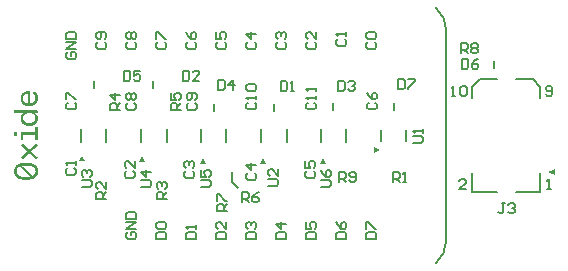
<source format=gto>
G04*
G04 #@! TF.GenerationSoftware,Altium Limited,Altium Designer,25.9.0 (10)*
G04*
G04 Layer_Color=16777215*
%FSLAX44Y44*%
%MOMM*%
G71*
G04*
G04 #@! TF.SameCoordinates,A8D4251A-1738-4EAF-8D38-4F3D33BA549E*
G04*
G04*
G04 #@! TF.FilePolarity,Positive*
G04*
G01*
G75*
%ADD10C,0.2000*%
%ADD11C,0.1530*%
%ADD12C,0.1500*%
G36*
X28581Y141614D02*
X28607Y141621D01*
X28872Y141627D01*
X28892Y141634D01*
X29054Y141644D01*
X29292Y141670D01*
X29378Y141684D01*
X29511Y141703D01*
X29551Y141710D01*
X29584Y141717D01*
X29623Y141723D01*
X29789Y141756D01*
X29868Y141776D01*
X29901Y141783D01*
X29954Y141796D01*
X29987Y141803D01*
X30024Y141813D01*
X30070Y141826D01*
X30097Y141832D01*
X30143Y141846D01*
X30170Y141852D01*
X30256Y141879D01*
X30477Y141955D01*
X30636Y142015D01*
X30693Y142038D01*
X30832Y142097D01*
X30958Y142157D01*
X31149Y142256D01*
X31222Y142296D01*
X31275Y142329D01*
X31288Y142336D01*
X31342Y142369D01*
X31355Y142375D01*
X31490Y142465D01*
X31570Y142518D01*
X31580Y142528D01*
X31593Y142534D01*
X31676Y142597D01*
X31699Y142614D01*
X31759Y142660D01*
X31772Y142673D01*
X31785Y142680D01*
X31805Y142700D01*
X31818Y142706D01*
X31845Y142733D01*
X31858Y142739D01*
X31884Y142766D01*
X31898Y142773D01*
X31964Y142839D01*
X31977Y142845D01*
X32206Y143074D01*
X32212Y143087D01*
X32259Y143133D01*
X32265Y143147D01*
X32311Y143193D01*
X32318Y143206D01*
X32338Y143226D01*
X32345Y143239D01*
X32364Y143259D01*
X32371Y143272D01*
X32384Y143286D01*
X32391Y143299D01*
X32411Y143319D01*
X32417Y143332D01*
X32437Y143352D01*
X32444Y143365D01*
X32576Y143551D01*
X32603Y143597D01*
X32649Y143670D01*
X32656Y143683D01*
X32689Y143736D01*
X32742Y143835D01*
X32868Y144093D01*
X32887Y144140D01*
X32940Y144272D01*
X32957Y144315D01*
X33026Y144530D01*
X33046Y144597D01*
X33053Y144623D01*
X33066Y144669D01*
X33093Y144775D01*
X33103Y144818D01*
X33109Y144852D01*
X33116Y144878D01*
X33122Y144911D01*
X33129Y144951D01*
X33136Y144984D01*
X33156Y145103D01*
X33166Y145192D01*
X33172Y145219D01*
X33182Y145315D01*
X33189Y145388D01*
X33195Y145474D01*
X33202Y145606D01*
X33205Y145994D01*
X33199Y146013D01*
X33192Y146192D01*
X33185Y146212D01*
X33179Y146331D01*
X33172Y146351D01*
X33162Y146440D01*
X33149Y146527D01*
X33136Y146606D01*
X33103Y146771D01*
X33056Y146957D01*
X33046Y146993D01*
X33020Y147086D01*
X32957Y147268D01*
X32917Y147374D01*
X32904Y147407D01*
X32881Y147463D01*
X32861Y147510D01*
X32821Y147596D01*
X32695Y147841D01*
X32662Y147900D01*
X32629Y147953D01*
X32623Y147967D01*
X32589Y148020D01*
X32583Y148033D01*
X32550Y148079D01*
X32543Y148092D01*
X32510Y148139D01*
X32503Y148152D01*
X32358Y148351D01*
X32311Y148410D01*
X32298Y148423D01*
X32292Y148437D01*
X32272Y148456D01*
X32265Y148470D01*
X32239Y148496D01*
X32232Y148510D01*
X32192Y148549D01*
X32186Y148562D01*
X32146Y148602D01*
X32139Y148615D01*
X32073Y148682D01*
X32067Y148695D01*
X31904Y148857D01*
X31891Y148864D01*
X31805Y148950D01*
X31792Y148956D01*
X31745Y149003D01*
X31732Y149009D01*
X31699Y149043D01*
X31686Y149049D01*
X31653Y149082D01*
X31639Y149089D01*
X31613Y149115D01*
X31600Y149122D01*
X31580Y149142D01*
X31567Y149148D01*
X31547Y149168D01*
X31534Y149175D01*
X31514Y149195D01*
X31500Y149201D01*
X31487Y149215D01*
X31474Y149221D01*
X31461Y149234D01*
X31447Y149241D01*
X31434Y149254D01*
X31421Y149261D01*
X31408Y149274D01*
X31395Y149281D01*
X31381Y149294D01*
X31368Y149301D01*
X31355Y149314D01*
X31342Y149320D01*
X31202Y149420D01*
X31189Y149426D01*
X31143Y149460D01*
X31130Y149466D01*
X31083Y149499D01*
X31070Y149506D01*
X30997Y149552D01*
X30984Y149559D01*
X30944Y149585D01*
X30931Y149592D01*
X30878Y149625D01*
X30865Y149632D01*
X30782Y149688D01*
X30769Y149701D01*
X30762Y149714D01*
X30742Y149761D01*
X30736Y149787D01*
X30742Y149847D01*
X30808Y149973D01*
X30842Y150032D01*
X30921Y150171D01*
X30954Y150231D01*
X31034Y150370D01*
X31067Y150429D01*
X31146Y150569D01*
X31179Y150628D01*
X31259Y150767D01*
X31292Y150827D01*
X31371Y150966D01*
X31404Y151025D01*
X31484Y151164D01*
X31517Y151224D01*
X31596Y151363D01*
X31630Y151423D01*
X31735Y151608D01*
X31765Y151644D01*
X31805Y151671D01*
X31851Y151684D01*
X31931Y151678D01*
X31990Y151644D01*
X32030Y151618D01*
X32043Y151611D01*
X32083Y151585D01*
X32096Y151578D01*
X32136Y151552D01*
X32149Y151545D01*
X32189Y151519D01*
X32202Y151512D01*
X32248Y151479D01*
X32262Y151472D01*
X32308Y151439D01*
X32321Y151433D01*
X32368Y151399D01*
X32381Y151393D01*
X32427Y151360D01*
X32441Y151353D01*
X32454Y151340D01*
X32467Y151333D01*
X32560Y151267D01*
X32573Y151260D01*
X32586Y151247D01*
X32599Y151241D01*
X32613Y151227D01*
X32626Y151221D01*
X32639Y151207D01*
X32652Y151201D01*
X32735Y151138D01*
X32758Y151121D01*
X32818Y151075D01*
X32854Y151045D01*
X32878Y151029D01*
X32914Y150999D01*
X32937Y150982D01*
X32950Y150969D01*
X32964Y150962D01*
X32990Y150936D01*
X33003Y150929D01*
X33023Y150910D01*
X33036Y150903D01*
X33063Y150876D01*
X33076Y150870D01*
X33103Y150843D01*
X33116Y150837D01*
X33156Y150797D01*
X33169Y150790D01*
X33215Y150744D01*
X33228Y150737D01*
X33268Y150698D01*
X33281Y150691D01*
X33361Y150612D01*
X33374Y150605D01*
X33675Y150304D01*
X33682Y150290D01*
X33755Y150218D01*
X33761Y150204D01*
X33801Y150165D01*
X33808Y150151D01*
X33854Y150105D01*
X33861Y150092D01*
X33887Y150065D01*
X33894Y150052D01*
X33920Y150026D01*
X33927Y150012D01*
X33953Y149986D01*
X33960Y149973D01*
X33986Y149946D01*
X33993Y149933D01*
X34013Y149913D01*
X34020Y149900D01*
X34033Y149887D01*
X34039Y149873D01*
X34053Y149860D01*
X34059Y149847D01*
X34079Y149827D01*
X34086Y149814D01*
X34099Y149801D01*
X34106Y149787D01*
X34119Y149774D01*
X34125Y149761D01*
X34139Y149748D01*
X34145Y149734D01*
X34159Y149721D01*
X34165Y149708D01*
X34298Y149522D01*
X34304Y149509D01*
X34337Y149463D01*
X34364Y149417D01*
X34390Y149377D01*
X34397Y149364D01*
X34423Y149324D01*
X34430Y149311D01*
X34476Y149238D01*
X34523Y149152D01*
X34549Y149105D01*
X34589Y149032D01*
X34768Y148668D01*
X34807Y148576D01*
X34834Y148516D01*
X34860Y148450D01*
X34877Y148407D01*
X34904Y148341D01*
X34930Y148268D01*
X34976Y148135D01*
X34986Y148099D01*
X35019Y147993D01*
X35046Y147907D01*
X35059Y147861D01*
X35066Y147834D01*
X35079Y147788D01*
X35085Y147761D01*
X35099Y147715D01*
X35119Y147635D01*
X35129Y147592D01*
X35148Y147513D01*
X35195Y147281D01*
X35234Y147043D01*
X35241Y146990D01*
X35251Y146901D01*
X35258Y146874D01*
X35271Y146728D01*
X35278Y146702D01*
X35287Y146580D01*
X35301Y146394D01*
X35307Y146255D01*
X35314Y145997D01*
X35317Y145855D01*
X35311Y145835D01*
X35304Y145418D01*
X35297Y145398D01*
X35287Y145222D01*
X35274Y145057D01*
X35268Y144997D01*
X35261Y144944D01*
X35241Y144765D01*
X35234Y144712D01*
X35201Y144514D01*
X35198Y144491D01*
Y144484D01*
X35191Y144438D01*
X35185Y144411D01*
X35175Y144348D01*
X35168Y144322D01*
X35155Y144256D01*
X35148Y144229D01*
X35142Y144196D01*
X35135Y144170D01*
X35122Y144103D01*
X35115Y144077D01*
X35102Y144011D01*
X35089Y143958D01*
X35079Y143921D01*
X35072Y143895D01*
X35059Y143848D01*
X35052Y143822D01*
X35039Y143776D01*
X35032Y143749D01*
X35019Y143703D01*
X35013Y143676D01*
X34960Y143511D01*
X34890Y143309D01*
X34870Y143256D01*
X34831Y143157D01*
X34811Y143104D01*
X34758Y142971D01*
X34662Y142763D01*
X34516Y142478D01*
X34470Y142392D01*
X34437Y142339D01*
X34430Y142326D01*
X34397Y142273D01*
X34390Y142260D01*
X34364Y142220D01*
X34357Y142206D01*
X34324Y142154D01*
X34318Y142140D01*
X34274Y142077D01*
X34221Y141998D01*
X34212Y141988D01*
X34205Y141975D01*
X34172Y141928D01*
X34165Y141915D01*
X34152Y141902D01*
X34145Y141889D01*
X34066Y141783D01*
X33973Y141664D01*
X33943Y141627D01*
X33927Y141604D01*
X33897Y141568D01*
X33881Y141551D01*
X33874Y141538D01*
X33828Y141491D01*
X33821Y141478D01*
X33781Y141439D01*
X33775Y141425D01*
X33735Y141385D01*
X33728Y141372D01*
X33563Y141207D01*
X33556Y141194D01*
X33460Y141097D01*
X33447Y141091D01*
X33394Y141038D01*
X33381Y141031D01*
X33328Y140978D01*
X33314Y140972D01*
X33261Y140919D01*
X33248Y140912D01*
X33208Y140872D01*
X33195Y140866D01*
X33175Y140846D01*
X33162Y140839D01*
X33142Y140820D01*
X33129Y140813D01*
X33109Y140793D01*
X33096Y140786D01*
X33076Y140766D01*
X33063Y140760D01*
X33043Y140740D01*
X33030Y140733D01*
X33010Y140714D01*
X32997Y140707D01*
X32977Y140687D01*
X32964Y140680D01*
X32950Y140667D01*
X32937Y140661D01*
X32924Y140647D01*
X32911Y140641D01*
X32679Y140475D01*
X32666Y140469D01*
X32626Y140442D01*
X32613Y140435D01*
X32566Y140402D01*
X32520Y140376D01*
X32480Y140349D01*
X32467Y140343D01*
X32421Y140310D01*
X32335Y140263D01*
X32288Y140237D01*
X32229Y140204D01*
X32136Y140151D01*
X31745Y139959D01*
X31626Y139906D01*
X31580Y139886D01*
X31520Y139860D01*
X31474Y139840D01*
X31431Y139823D01*
X31398Y139810D01*
X31345Y139790D01*
X31312Y139777D01*
X31259Y139757D01*
X31226Y139744D01*
X31173Y139724D01*
X30779Y139595D01*
X30547Y139528D01*
X30521Y139522D01*
X30474Y139509D01*
X30289Y139462D01*
X30246Y139452D01*
X30140Y139426D01*
X30107Y139419D01*
X30080Y139412D01*
X29915Y139380D01*
X29875Y139373D01*
X29709Y139340D01*
X29670Y139333D01*
X29584Y139320D01*
X29544Y139313D01*
X29372Y139287D01*
X29332Y139280D01*
X29272Y139274D01*
X29167Y139260D01*
X29107Y139254D01*
X29001Y139240D01*
X28941Y139234D01*
X28869Y139227D01*
X28551Y139201D01*
X28438Y139194D01*
X28173Y139181D01*
X27889Y139174D01*
X27515Y139171D01*
X27495Y139178D01*
X27137Y139184D01*
X27117Y139191D01*
X26909Y139201D01*
X26836Y139207D01*
X26637Y139227D01*
X26565Y139234D01*
X26505Y139240D01*
X26101Y139300D01*
X26068Y139307D01*
X26028Y139313D01*
X25962Y139326D01*
X25922Y139333D01*
X25889Y139340D01*
X25850Y139346D01*
X25750Y139366D01*
X25697Y139380D01*
X25664Y139386D01*
X25611Y139399D01*
X25578Y139406D01*
X25525Y139419D01*
X25492Y139426D01*
X25386Y139452D01*
X25350Y139462D01*
X25257Y139489D01*
X25231Y139495D01*
X25092Y139535D01*
X24731Y139657D01*
X24697Y139671D01*
X24645Y139691D01*
X24611Y139704D01*
X24558Y139724D01*
X24525Y139737D01*
X24472Y139757D01*
X24406Y139783D01*
X24370Y139800D01*
X24251Y139853D01*
X24204Y139873D01*
X24145Y139899D01*
X23781Y140085D01*
X23688Y140138D01*
X23628Y140171D01*
X23582Y140197D01*
X23529Y140230D01*
X23516Y140237D01*
X23469Y140270D01*
X23423Y140296D01*
X23383Y140323D01*
X23370Y140330D01*
X23324Y140363D01*
X23277Y140389D01*
X22986Y140601D01*
X22950Y140631D01*
X22926Y140647D01*
X22913Y140661D01*
X22900Y140667D01*
X22887Y140680D01*
X22873Y140687D01*
X22854Y140707D01*
X22840Y140714D01*
X22821Y140733D01*
X22807Y140740D01*
X22787Y140760D01*
X22774Y140766D01*
X22741Y140800D01*
X22728Y140806D01*
X22682Y140853D01*
X22668Y140859D01*
X22629Y140899D01*
X22615Y140906D01*
X22569Y140952D01*
X22556Y140958D01*
X22364Y141151D01*
X22350Y141157D01*
X22301Y141207D01*
X22294Y141220D01*
X22235Y141280D01*
X22228Y141293D01*
X22168Y141352D01*
X22162Y141366D01*
X22102Y141425D01*
X22096Y141439D01*
X22069Y141465D01*
X22062Y141478D01*
X22036Y141505D01*
X22029Y141518D01*
X22009Y141538D01*
X22003Y141551D01*
X21983Y141571D01*
X21976Y141584D01*
X21950Y141611D01*
X21943Y141624D01*
X21923Y141644D01*
X21917Y141657D01*
X21897Y141677D01*
X21890Y141690D01*
X21877Y141703D01*
X21871Y141717D01*
X21857Y141730D01*
X21851Y141743D01*
X21755Y141872D01*
X21705Y141942D01*
X21698Y141955D01*
X21665Y142001D01*
X21659Y142015D01*
X21632Y142054D01*
X21625Y142067D01*
X21592Y142114D01*
X21586Y142127D01*
X21553Y142173D01*
X21520Y142233D01*
X21440Y142372D01*
X21407Y142425D01*
X21188Y142869D01*
X21162Y142928D01*
X21142Y142975D01*
X21116Y143034D01*
X21096Y143081D01*
X21079Y143124D01*
X21020Y143282D01*
X21007Y143315D01*
X20937Y143531D01*
X20884Y143696D01*
X20871Y143749D01*
X20858Y143795D01*
X20844Y143848D01*
X20831Y143895D01*
X20818Y143948D01*
X20805Y143994D01*
X20795Y144037D01*
X20781Y144103D01*
X20775Y144130D01*
X20761Y144196D01*
X20755Y144222D01*
X20742Y144289D01*
X20735Y144315D01*
X20708Y144474D01*
X20695Y144560D01*
X20682Y144640D01*
X20672Y144729D01*
X20666Y144755D01*
X20656Y144858D01*
X20649Y144911D01*
X20636Y145030D01*
X20612Y145424D01*
X20606Y145729D01*
X20612Y146166D01*
X20619Y146186D01*
X20626Y146364D01*
X20632Y146384D01*
X20642Y146527D01*
X20662Y146705D01*
X20695Y146930D01*
X20702Y146970D01*
X20715Y147056D01*
X20735Y147156D01*
X20742Y147195D01*
X20748Y147228D01*
X20755Y147255D01*
X20761Y147288D01*
X20768Y147314D01*
X20775Y147347D01*
X20781Y147374D01*
X20788Y147407D01*
X20834Y147592D01*
X20844Y147629D01*
X20871Y147722D01*
X20891Y147788D01*
X20924Y147894D01*
X20940Y147937D01*
X20987Y148069D01*
X21046Y148228D01*
X21069Y148284D01*
X21096Y148351D01*
X21122Y148410D01*
X21155Y148483D01*
X21215Y148609D01*
X21321Y148814D01*
X21354Y148874D01*
X21381Y148920D01*
X21414Y148973D01*
X21420Y148986D01*
X21453Y149039D01*
X21460Y149052D01*
X21486Y149092D01*
X21493Y149105D01*
X21526Y149152D01*
X21553Y149198D01*
X21619Y149291D01*
X21625Y149304D01*
X21721Y149433D01*
X21814Y149552D01*
X21831Y149575D01*
X21851Y149595D01*
X21857Y149608D01*
X21877Y149628D01*
X21884Y149642D01*
X21910Y149668D01*
X21917Y149681D01*
X21957Y149721D01*
X21963Y149734D01*
X22003Y149774D01*
X22009Y149787D01*
X22089Y149867D01*
X22096Y149880D01*
X22297Y150082D01*
X22311Y150089D01*
X22377Y150155D01*
X22390Y150161D01*
X22437Y150208D01*
X22450Y150214D01*
X22490Y150254D01*
X22503Y150261D01*
X22536Y150294D01*
X22549Y150300D01*
X22569Y150320D01*
X22582Y150327D01*
X22602Y150347D01*
X22615Y150353D01*
X22642Y150380D01*
X22655Y150386D01*
X22668Y150400D01*
X22682Y150406D01*
X22701Y150426D01*
X22715Y150433D01*
X22728Y150446D01*
X22741Y150453D01*
X22754Y150466D01*
X22768Y150472D01*
X22781Y150486D01*
X22794Y150492D01*
X22807Y150506D01*
X22821Y150512D01*
X23006Y150645D01*
X23019Y150651D01*
X23066Y150684D01*
X23112Y150711D01*
X23152Y150737D01*
X23165Y150744D01*
X23205Y150771D01*
X23218Y150777D01*
X23271Y150810D01*
X23284Y150817D01*
X23337Y150850D01*
X23423Y150896D01*
X23496Y150936D01*
X23635Y151009D01*
X23827Y151102D01*
X23913Y151141D01*
X24098Y151221D01*
X24231Y151274D01*
X24274Y151290D01*
X24327Y151310D01*
X24400Y151337D01*
X24694Y151433D01*
X24780Y151459D01*
X24966Y151512D01*
X25045Y151532D01*
X25092Y151545D01*
X25134Y151555D01*
X25240Y151581D01*
X25274Y151588D01*
X25300Y151595D01*
X25333Y151601D01*
X25360Y151608D01*
X25558Y151648D01*
X25598Y151654D01*
X25631Y151661D01*
X25671Y151668D01*
X25704Y151674D01*
X25790Y151687D01*
X25869Y151701D01*
X26051Y151724D01*
X26078Y151730D01*
X26286Y151754D01*
X26353Y151760D01*
X26498Y151774D01*
X26591Y151780D01*
X26697Y151787D01*
X26816Y151793D01*
X26982Y151800D01*
X28574Y151803D01*
X28581Y141614D01*
D02*
G37*
G36*
X34844Y135424D02*
X34904Y135390D01*
X34933Y135367D01*
X34940Y135354D01*
X34953Y135341D01*
X34966Y135308D01*
X34980Y135255D01*
X34973Y133308D01*
X34940Y133249D01*
X34897Y133206D01*
X34864Y133192D01*
X34817Y133179D01*
X32543Y133176D01*
X32609Y133136D01*
X32722Y133070D01*
X32795Y133024D01*
X32848Y132990D01*
X32887Y132964D01*
X32940Y132931D01*
X33020Y132878D01*
X33030Y132868D01*
X33043Y132861D01*
X33136Y132795D01*
X33149Y132788D01*
X33162Y132775D01*
X33175Y132769D01*
X33189Y132755D01*
X33202Y132749D01*
X33215Y132736D01*
X33228Y132729D01*
X33242Y132716D01*
X33255Y132709D01*
X33314Y132663D01*
X33351Y132633D01*
X33381Y132610D01*
X33394Y132603D01*
X33414Y132583D01*
X33427Y132577D01*
X33454Y132550D01*
X33467Y132543D01*
X33493Y132517D01*
X33507Y132510D01*
X33533Y132484D01*
X33546Y132477D01*
X33573Y132451D01*
X33586Y132444D01*
X33639Y132391D01*
X33652Y132385D01*
X33705Y132332D01*
X33718Y132325D01*
X33980Y132064D01*
X33986Y132050D01*
X34059Y131977D01*
X34066Y131964D01*
X34099Y131931D01*
X34106Y131918D01*
X34139Y131885D01*
X34145Y131872D01*
X34172Y131845D01*
X34179Y131832D01*
X34198Y131812D01*
X34205Y131799D01*
X34225Y131779D01*
X34232Y131766D01*
X34251Y131746D01*
X34258Y131733D01*
X34278Y131713D01*
X34284Y131699D01*
X34298Y131686D01*
X34304Y131673D01*
X34318Y131660D01*
X34324Y131646D01*
X34337Y131633D01*
X34344Y131620D01*
X34443Y131481D01*
X34450Y131468D01*
X34463Y131454D01*
X34470Y131441D01*
X34562Y131295D01*
X34569Y131282D01*
X34602Y131229D01*
X34668Y131110D01*
X34728Y130998D01*
X34827Y130792D01*
X34847Y130746D01*
X34874Y130686D01*
X34894Y130640D01*
X34933Y130541D01*
X34950Y130498D01*
X34963Y130465D01*
X35003Y130352D01*
X35026Y130276D01*
X35066Y130150D01*
X35092Y130057D01*
X35099Y130031D01*
X35112Y129985D01*
X35152Y129826D01*
X35162Y129783D01*
X35168Y129756D01*
X35201Y129591D01*
X35241Y129352D01*
X35248Y129299D01*
X35258Y129210D01*
X35264Y129184D01*
X35287Y128955D01*
X35301Y128770D01*
X35307Y128631D01*
X35317Y128257D01*
X35311Y128237D01*
X35304Y127912D01*
X35297Y127892D01*
X35287Y127750D01*
X35281Y127671D01*
X35264Y127535D01*
X35258Y127508D01*
X35248Y127432D01*
X35234Y127346D01*
X35208Y127214D01*
X35201Y127174D01*
X35182Y127075D01*
X35135Y126889D01*
X35125Y126853D01*
X35105Y126774D01*
X35019Y126502D01*
X35006Y126469D01*
X34990Y126426D01*
X34976Y126393D01*
X34937Y126287D01*
X34923Y126254D01*
X34904Y126201D01*
X34887Y126164D01*
X34860Y126105D01*
X34827Y126032D01*
X34801Y125972D01*
X34655Y125688D01*
X34629Y125641D01*
X34596Y125588D01*
X34589Y125575D01*
X34562Y125529D01*
X34529Y125476D01*
X34523Y125463D01*
X34490Y125410D01*
X34483Y125396D01*
X34417Y125304D01*
X34410Y125290D01*
X34377Y125244D01*
X34371Y125231D01*
X34337Y125184D01*
X34331Y125171D01*
X34284Y125112D01*
X34221Y125029D01*
X34198Y124999D01*
X34192Y124986D01*
X34188Y124983D01*
X34185Y124979D01*
X34139Y124920D01*
X34109Y124883D01*
X34092Y124867D01*
X34086Y124853D01*
X34059Y124827D01*
X34053Y124814D01*
X34026Y124787D01*
X34020Y124774D01*
X33986Y124741D01*
X33980Y124728D01*
X33953Y124701D01*
X33947Y124688D01*
X33847Y124589D01*
X33841Y124575D01*
X33593Y124327D01*
X33579Y124320D01*
X33500Y124241D01*
X33487Y124234D01*
X33454Y124201D01*
X33440Y124195D01*
X33407Y124162D01*
X33394Y124155D01*
X33361Y124122D01*
X33348Y124115D01*
X33308Y124075D01*
X33295Y124069D01*
X33275Y124049D01*
X33261Y124042D01*
X33242Y124023D01*
X33228Y124016D01*
X33215Y124003D01*
X33202Y123996D01*
X33182Y123976D01*
X33169Y123970D01*
X33156Y123956D01*
X33142Y123950D01*
X33122Y123930D01*
X33109Y123923D01*
X33096Y123910D01*
X33083Y123903D01*
X33063Y123883D01*
X33050Y123877D01*
X33036Y123864D01*
X33023Y123857D01*
X32884Y123758D01*
X32871Y123751D01*
X32858Y123738D01*
X32844Y123731D01*
X32758Y123672D01*
X32745Y123665D01*
X32699Y123632D01*
X32652Y123605D01*
X32580Y123559D01*
X32566Y123553D01*
X32520Y123519D01*
X32434Y123473D01*
X32388Y123447D01*
X32328Y123413D01*
X32282Y123387D01*
X32222Y123354D01*
X31818Y123155D01*
X31759Y123129D01*
X31686Y123096D01*
X31626Y123069D01*
X31580Y123049D01*
X31547Y123036D01*
X31504Y123020D01*
X31305Y122940D01*
X31193Y122900D01*
X31020Y122841D01*
X30924Y122811D01*
X30792Y122771D01*
X30746Y122758D01*
X30613Y122718D01*
X30481Y122685D01*
X30434Y122672D01*
X30249Y122626D01*
X30206Y122616D01*
X30107Y122596D01*
X30080Y122589D01*
X30014Y122576D01*
X29987Y122569D01*
X29888Y122549D01*
X29809Y122536D01*
X29776Y122530D01*
X29498Y122483D01*
X29339Y122463D01*
X29249Y122453D01*
X29223Y122447D01*
X29140Y122437D01*
X28776Y122404D01*
X28581Y122394D01*
X28495Y122387D01*
X28309Y122381D01*
X28144Y122374D01*
X27448Y122381D01*
X27429Y122387D01*
X27220Y122397D01*
X27114Y122404D01*
X27041Y122410D01*
X26843Y122430D01*
X26770Y122437D01*
X26710Y122444D01*
X26528Y122467D01*
X26502Y122473D01*
X26426Y122483D01*
X26300Y122503D01*
X26260Y122510D01*
X26227Y122516D01*
X26187Y122523D01*
X26154Y122530D01*
X26075Y122543D01*
X26042Y122549D01*
X26002Y122556D01*
X25969Y122563D01*
X25942Y122569D01*
X25909Y122576D01*
X25883Y122583D01*
X25850Y122589D01*
X25823Y122596D01*
X25790Y122602D01*
X25737Y122616D01*
X25704Y122622D01*
X25677Y122629D01*
X25644Y122635D01*
X25565Y122655D01*
X25528Y122665D01*
X25502Y122672D01*
X25456Y122685D01*
X25429Y122692D01*
X25383Y122705D01*
X25356Y122712D01*
X25310Y122725D01*
X25284Y122732D01*
X25197Y122758D01*
X25032Y122811D01*
X24870Y122867D01*
X24817Y122887D01*
X24744Y122914D01*
X24691Y122934D01*
X24618Y122960D01*
X24519Y123000D01*
X24370Y123063D01*
X24277Y123102D01*
X23986Y123241D01*
X23873Y123301D01*
X23701Y123394D01*
X23655Y123420D01*
X23602Y123453D01*
X23589Y123460D01*
X23536Y123493D01*
X23522Y123499D01*
X23469Y123533D01*
X23456Y123539D01*
X23403Y123572D01*
X23390Y123579D01*
X23344Y123612D01*
X23330Y123619D01*
X23284Y123652D01*
X23271Y123659D01*
X23258Y123672D01*
X23244Y123678D01*
X23198Y123711D01*
X23185Y123718D01*
X23138Y123751D01*
X23125Y123758D01*
X23042Y123821D01*
X23019Y123837D01*
X22936Y123900D01*
X22913Y123917D01*
X22854Y123963D01*
X22817Y123993D01*
X22794Y124009D01*
X22774Y124029D01*
X22761Y124036D01*
X22734Y124062D01*
X22721Y124069D01*
X22695Y124095D01*
X22682Y124102D01*
X22655Y124129D01*
X22642Y124135D01*
X22615Y124162D01*
X22602Y124168D01*
X22536Y124234D01*
X22523Y124241D01*
X22450Y124314D01*
X22437Y124320D01*
X22162Y124595D01*
X22155Y124608D01*
X22109Y124655D01*
X22102Y124668D01*
X22062Y124708D01*
X22056Y124721D01*
X22016Y124761D01*
X22009Y124774D01*
X21970Y124814D01*
X21963Y124827D01*
X21937Y124853D01*
X21930Y124867D01*
X21910Y124887D01*
X21904Y124900D01*
X21884Y124920D01*
X21877Y124933D01*
X21864Y124946D01*
X21857Y124959D01*
X21837Y124979D01*
X21831Y124993D01*
X21811Y125012D01*
X21804Y125026D01*
X21784Y125045D01*
X21778Y125059D01*
X21765Y125072D01*
X21758Y125085D01*
X21745Y125098D01*
X21738Y125112D01*
X21606Y125297D01*
X21599Y125310D01*
X21586Y125324D01*
X21579Y125337D01*
X21533Y125410D01*
X21526Y125423D01*
X21500Y125463D01*
X21493Y125476D01*
X21467Y125516D01*
X21460Y125529D01*
X21433Y125569D01*
X21427Y125582D01*
X21394Y125635D01*
X21341Y125734D01*
X21275Y125853D01*
X21149Y126111D01*
X21116Y126184D01*
X21096Y126231D01*
X21083Y126264D01*
X21043Y126356D01*
X21030Y126390D01*
X21010Y126436D01*
X20993Y126479D01*
X20954Y126591D01*
X20920Y126684D01*
X20891Y126780D01*
X20871Y126846D01*
X20858Y126893D01*
X20818Y127025D01*
X20785Y127157D01*
X20775Y127201D01*
X20755Y127280D01*
X20748Y127313D01*
X20742Y127340D01*
X20728Y127406D01*
X20722Y127445D01*
X20708Y127512D01*
X20702Y127551D01*
X20695Y127585D01*
X20689Y127624D01*
X20682Y127657D01*
X20672Y127747D01*
X20666Y127773D01*
X20646Y127952D01*
X20639Y127978D01*
X20629Y128114D01*
X20616Y128286D01*
X20609Y128472D01*
X20606Y128892D01*
X20612Y128912D01*
X20619Y129130D01*
X20626Y129150D01*
X20632Y129283D01*
X20639Y129303D01*
X20649Y129405D01*
X20656Y129458D01*
X20682Y129637D01*
X20702Y129756D01*
X20735Y129922D01*
X20748Y129975D01*
X20755Y130008D01*
X20795Y130167D01*
X20805Y130203D01*
X20811Y130230D01*
X20824Y130276D01*
X20844Y130342D01*
X20934Y130604D01*
X20947Y130637D01*
X20987Y130743D01*
X21000Y130776D01*
X21023Y130832D01*
X21043Y130878D01*
X21076Y130951D01*
X21129Y131064D01*
X21235Y131269D01*
X21268Y131329D01*
X21301Y131382D01*
X21334Y131441D01*
X21381Y131514D01*
X21387Y131527D01*
X21414Y131567D01*
X21420Y131580D01*
X21433Y131593D01*
X21440Y131607D01*
X21473Y131653D01*
X21480Y131666D01*
X21513Y131713D01*
X21520Y131726D01*
X21533Y131739D01*
X21539Y131752D01*
X21553Y131766D01*
X21559Y131779D01*
X21622Y131862D01*
X21632Y131872D01*
X21639Y131885D01*
X21652Y131898D01*
X21659Y131911D01*
X21672Y131924D01*
X21679Y131938D01*
X21698Y131958D01*
X21705Y131971D01*
X21732Y131997D01*
X21738Y132010D01*
X21765Y132037D01*
X21771Y132050D01*
X21804Y132083D01*
X21811Y132097D01*
X21857Y132143D01*
X21864Y132156D01*
X21930Y132222D01*
X21937Y132236D01*
X22139Y132438D01*
X22152Y132444D01*
X22218Y132510D01*
X22231Y132517D01*
X22271Y132557D01*
X22284Y132563D01*
X22324Y132603D01*
X22337Y132610D01*
X22357Y132630D01*
X22370Y132636D01*
X22397Y132663D01*
X22410Y132669D01*
X22430Y132689D01*
X22443Y132696D01*
X22463Y132716D01*
X22476Y132722D01*
X22490Y132736D01*
X22503Y132742D01*
X22516Y132755D01*
X22529Y132762D01*
X22549Y132782D01*
X22562Y132788D01*
X22576Y132802D01*
X22589Y132808D01*
X22774Y132941D01*
X22787Y132947D01*
X22827Y132974D01*
X22840Y132980D01*
X22887Y133014D01*
X22920Y133033D01*
X22923Y133037D01*
X14766Y133043D01*
X14713Y133063D01*
X14704Y133073D01*
X14690Y133080D01*
X14661Y133110D01*
X14634Y133169D01*
X14627Y133196D01*
X14634Y135301D01*
X14667Y135361D01*
X14704Y135397D01*
X14750Y135417D01*
X14776Y135424D01*
X14823Y135430D01*
X34844Y135424D01*
D02*
G37*
G36*
X17762Y116978D02*
X17819Y116942D01*
X17825Y116928D01*
X17838Y116915D01*
X17845Y116889D01*
X17852Y116869D01*
X17858Y116842D01*
X17852Y114002D01*
X17819Y113942D01*
X17795Y113919D01*
X17762Y113906D01*
X17736Y113899D01*
X17670Y113893D01*
X14876Y113899D01*
X14816Y113933D01*
X14793Y113956D01*
X14773Y114002D01*
X14766Y114068D01*
X14773Y116882D01*
X14799Y116928D01*
X14816Y116952D01*
X14829Y116958D01*
X14876Y116978D01*
X14902Y116985D01*
X17173D01*
X17762Y116978D01*
D02*
G37*
G36*
X34877Y121189D02*
X34923Y121162D01*
X34953Y121133D01*
X34966Y121100D01*
X34973Y121073D01*
X34980Y121027D01*
X34973Y110241D01*
X34940Y110182D01*
X34917Y110159D01*
X34884Y110146D01*
X34857Y110139D01*
X34811Y110132D01*
X33063Y110139D01*
X33003Y110172D01*
X32980Y110195D01*
X32960Y110241D01*
X32954Y110288D01*
X32950Y114482D01*
X28819D01*
X22963Y114479D01*
X22956Y110798D01*
X22923Y110751D01*
X22893Y110722D01*
X22847Y110702D01*
X22801Y110695D01*
X21046Y110702D01*
X20987Y110735D01*
X20977Y110745D01*
X20970Y110758D01*
X20950Y110804D01*
X20944Y110831D01*
X20950Y116770D01*
X20987Y116826D01*
X21000Y116832D01*
X21020Y116852D01*
X21053Y116866D01*
X21079Y116872D01*
X32954Y116875D01*
X32960Y121086D01*
X33003Y121149D01*
X33023Y121169D01*
X33070Y121189D01*
X33096Y121195D01*
X34877Y121189D01*
D02*
G37*
G36*
X33629Y107348D02*
X33662Y107335D01*
X33672Y107325D01*
X33685Y107318D01*
X33728Y107275D01*
X33735Y107262D01*
X33834Y107163D01*
X33841Y107150D01*
X33933Y107057D01*
X33940Y107044D01*
X34039Y106944D01*
X34046Y106931D01*
X34139Y106838D01*
X34145Y106825D01*
X34188Y106782D01*
X34192Y106779D01*
X34238Y106733D01*
X34245Y106719D01*
X34344Y106620D01*
X34351Y106607D01*
X34443Y106514D01*
X34450Y106501D01*
X34543Y106408D01*
X34549Y106395D01*
X34648Y106295D01*
X34655Y106282D01*
X34748Y106190D01*
X34755Y106176D01*
X34854Y106077D01*
X34860Y106064D01*
X34953Y105971D01*
X34960Y105958D01*
X34999Y105918D01*
X35006Y105905D01*
X35026Y105858D01*
X35032Y105812D01*
X35026Y105753D01*
X34999Y105706D01*
X34956Y105663D01*
X34943Y105657D01*
X34864Y105577D01*
X34850Y105570D01*
X34771Y105491D01*
X34758Y105484D01*
X34678Y105405D01*
X34665Y105398D01*
X34586Y105319D01*
X34572Y105312D01*
X34500Y105239D01*
X34486Y105233D01*
X34407Y105153D01*
X34394Y105147D01*
X34314Y105067D01*
X34301Y105061D01*
X34221Y104981D01*
X34208Y104975D01*
X34129Y104895D01*
X34116Y104889D01*
X34043Y104816D01*
X34030Y104809D01*
X33950Y104730D01*
X33937Y104723D01*
X33857Y104644D01*
X33844Y104637D01*
X33765Y104558D01*
X33751Y104551D01*
X33672Y104472D01*
X33659Y104465D01*
X33586Y104392D01*
X33573Y104385D01*
X33493Y104306D01*
X33480Y104299D01*
X33400Y104220D01*
X33387Y104213D01*
X33308Y104134D01*
X33295Y104127D01*
X33215Y104048D01*
X33202Y104041D01*
X33129Y103968D01*
X33116Y103962D01*
X33036Y103882D01*
X33023Y103876D01*
X32944Y103796D01*
X32931Y103790D01*
X32851Y103710D01*
X32838Y103703D01*
X32758Y103624D01*
X32745Y103617D01*
X32672Y103545D01*
X32659Y103538D01*
X32580Y103458D01*
X32566Y103452D01*
X32487Y103372D01*
X32474Y103366D01*
X32394Y103286D01*
X32381Y103280D01*
X32301Y103200D01*
X32288Y103194D01*
X32215Y103121D01*
X32202Y103114D01*
X32123Y103035D01*
X32109Y103028D01*
X32030Y102949D01*
X32017Y102942D01*
X31937Y102863D01*
X31924Y102856D01*
X31845Y102777D01*
X31831Y102770D01*
X31759Y102697D01*
X31745Y102690D01*
X31666Y102611D01*
X31653Y102604D01*
X31573Y102525D01*
X31560Y102518D01*
X31481Y102439D01*
X31467Y102432D01*
X31395Y102360D01*
X31381Y102353D01*
X31302Y102273D01*
X31288Y102267D01*
X31209Y102187D01*
X31196Y102181D01*
X31116Y102101D01*
X31103Y102095D01*
X31024Y102015D01*
X31010Y102009D01*
X30938Y101936D01*
X30924Y101929D01*
X30845Y101850D01*
X30832Y101843D01*
X30752Y101764D01*
X30739Y101757D01*
X30659Y101678D01*
X30646Y101671D01*
X30567Y101591D01*
X30554Y101585D01*
X30481Y101512D01*
X30468Y101505D01*
X30388Y101426D01*
X30375Y101419D01*
X30295Y101340D01*
X30282Y101333D01*
X30203Y101254D01*
X30189Y101247D01*
X30110Y101168D01*
X30097Y101161D01*
X30024Y101088D01*
X30011Y101082D01*
X29931Y101002D01*
X29918Y100996D01*
X29839Y100916D01*
X29825Y100910D01*
X29746Y100830D01*
X29733Y100823D01*
X29653Y100744D01*
X29640Y100737D01*
X29564Y100661D01*
X29620Y100605D01*
X29633Y100598D01*
X29713Y100519D01*
X29726Y100512D01*
X29806Y100433D01*
X29819Y100426D01*
X29898Y100347D01*
X29911Y100340D01*
X29997Y100254D01*
X30011Y100247D01*
X30090Y100168D01*
X30103Y100161D01*
X30183Y100082D01*
X30196Y100075D01*
X30282Y99989D01*
X30295Y99983D01*
X30375Y99903D01*
X30388Y99896D01*
X30468Y99817D01*
X30481Y99810D01*
X30567Y99724D01*
X30580Y99718D01*
X30659Y99638D01*
X30673Y99632D01*
X30752Y99552D01*
X30766Y99546D01*
X30852Y99460D01*
X30865Y99453D01*
X30944Y99374D01*
X30958Y99367D01*
X31037Y99287D01*
X31050Y99281D01*
X31130Y99201D01*
X31143Y99195D01*
X31229Y99109D01*
X31242Y99102D01*
X31322Y99023D01*
X31335Y99016D01*
X31414Y98937D01*
X31428Y98930D01*
X31514Y98844D01*
X31527Y98837D01*
X31606Y98758D01*
X31620Y98751D01*
X31699Y98672D01*
X31712Y98665D01*
X31798Y98579D01*
X31811Y98572D01*
X31891Y98493D01*
X31904Y98486D01*
X31984Y98407D01*
X31997Y98400D01*
X32083Y98314D01*
X32096Y98308D01*
X32176Y98228D01*
X32189Y98222D01*
X32268Y98142D01*
X32282Y98135D01*
X32361Y98056D01*
X32374Y98049D01*
X32460Y97963D01*
X32474Y97957D01*
X32553Y97877D01*
X32566Y97871D01*
X32646Y97791D01*
X32659Y97785D01*
X32745Y97698D01*
X32758Y97692D01*
X32838Y97612D01*
X32851Y97606D01*
X32931Y97526D01*
X32944Y97520D01*
X33030Y97434D01*
X33043Y97427D01*
X33122Y97347D01*
X33136Y97341D01*
X33215Y97261D01*
X33228Y97255D01*
X33314Y97169D01*
X33328Y97162D01*
X33407Y97083D01*
X33420Y97076D01*
X33500Y96997D01*
X33513Y96990D01*
X33593Y96911D01*
X33606Y96904D01*
X33692Y96818D01*
X33705Y96811D01*
X33784Y96732D01*
X33798Y96725D01*
X33877Y96646D01*
X33891Y96639D01*
X33977Y96553D01*
X33990Y96546D01*
X34069Y96467D01*
X34083Y96460D01*
X34162Y96381D01*
X34175Y96374D01*
X34261Y96288D01*
X34274Y96282D01*
X34354Y96202D01*
X34367Y96195D01*
X34447Y96116D01*
X34460Y96110D01*
X34546Y96023D01*
X34559Y96017D01*
X34639Y95937D01*
X34652Y95931D01*
X34731Y95851D01*
X34745Y95845D01*
X34824Y95765D01*
X34837Y95759D01*
X34923Y95673D01*
X34937Y95666D01*
X35006Y95596D01*
X35026Y95550D01*
X35032Y95504D01*
X35026Y95444D01*
X34993Y95385D01*
X34927Y95318D01*
X34920Y95305D01*
X34827Y95212D01*
X34821Y95199D01*
X34721Y95100D01*
X34715Y95087D01*
X34622Y94994D01*
X34615Y94981D01*
X34523Y94888D01*
X34516Y94875D01*
X34417Y94775D01*
X34410Y94762D01*
X34318Y94669D01*
X34311Y94656D01*
X34212Y94557D01*
X34205Y94544D01*
X34112Y94451D01*
X34106Y94438D01*
X34013Y94345D01*
X34006Y94332D01*
X33907Y94233D01*
X33900Y94219D01*
X33808Y94127D01*
X33801Y94113D01*
X33708Y94021D01*
X33702Y94007D01*
X33679Y93984D01*
X33632Y93964D01*
X33606Y93958D01*
X33573Y93951D01*
X33553Y93958D01*
X33513Y93964D01*
X33467Y93991D01*
X33430Y94021D01*
X33354Y94097D01*
X33341Y94103D01*
X33248Y94196D01*
X33235Y94203D01*
X33136Y94302D01*
X33122Y94309D01*
X33030Y94401D01*
X33017Y94408D01*
X32917Y94507D01*
X32904Y94514D01*
X32811Y94607D01*
X32798Y94613D01*
X32705Y94706D01*
X32692Y94712D01*
X32593Y94812D01*
X32580Y94818D01*
X32487Y94911D01*
X32474Y94918D01*
X32381Y95010D01*
X32368Y95017D01*
X32268Y95116D01*
X32255Y95123D01*
X32162Y95216D01*
X32149Y95222D01*
X32057Y95315D01*
X32043Y95322D01*
X31944Y95421D01*
X31931Y95428D01*
X31838Y95520D01*
X31825Y95527D01*
X31732Y95619D01*
X31719Y95626D01*
X31620Y95725D01*
X31606Y95732D01*
X31514Y95825D01*
X31500Y95831D01*
X31408Y95924D01*
X31395Y95931D01*
X31295Y96030D01*
X31282Y96037D01*
X31189Y96129D01*
X31176Y96136D01*
X31083Y96229D01*
X31070Y96235D01*
X30971Y96335D01*
X30958Y96341D01*
X30865Y96434D01*
X30852Y96440D01*
X30752Y96540D01*
X30739Y96546D01*
X30646Y96639D01*
X30633Y96646D01*
X30540Y96738D01*
X30527Y96745D01*
X30428Y96844D01*
X30415Y96851D01*
X30322Y96944D01*
X30309Y96950D01*
X30216Y97043D01*
X30203Y97050D01*
X30103Y97149D01*
X30090Y97156D01*
X29997Y97248D01*
X29984Y97255D01*
X29892Y97347D01*
X29878Y97354D01*
X29779Y97453D01*
X29766Y97460D01*
X29673Y97553D01*
X29660Y97559D01*
X29567Y97652D01*
X29554Y97659D01*
X29455Y97758D01*
X29441Y97765D01*
X29349Y97857D01*
X29335Y97864D01*
X29243Y97957D01*
X29230Y97963D01*
X29130Y98063D01*
X29117Y98069D01*
X29024Y98162D01*
X29011Y98168D01*
X28912Y98268D01*
X28898Y98274D01*
X28806Y98367D01*
X28793Y98374D01*
X28700Y98467D01*
X28687Y98473D01*
X28587Y98572D01*
X28574Y98579D01*
X28481Y98672D01*
X28468Y98678D01*
X28375Y98771D01*
X28362Y98778D01*
X28263Y98877D01*
X28250Y98883D01*
X28157Y98976D01*
X28144Y98983D01*
X28051Y99075D01*
X28038Y99082D01*
X27965Y99155D01*
X27952Y99148D01*
X27915Y99119D01*
X27839Y99042D01*
X27826Y99036D01*
X27727Y98937D01*
X27713Y98930D01*
X27621Y98837D01*
X27607Y98831D01*
X27515Y98738D01*
X27501Y98731D01*
X27402Y98632D01*
X27389Y98625D01*
X27296Y98533D01*
X27283Y98526D01*
X27184Y98427D01*
X27170Y98420D01*
X27078Y98327D01*
X27064Y98321D01*
X26972Y98228D01*
X26958Y98222D01*
X26859Y98122D01*
X26846Y98116D01*
X26753Y98023D01*
X26740Y98016D01*
X26647Y97924D01*
X26634Y97917D01*
X26535Y97818D01*
X26522Y97811D01*
X26429Y97718D01*
X26416Y97712D01*
X26323Y97619D01*
X26310Y97612D01*
X26210Y97513D01*
X26197Y97506D01*
X26104Y97414D01*
X26091Y97407D01*
X25998Y97314D01*
X25985Y97308D01*
X25886Y97208D01*
X25873Y97202D01*
X25780Y97109D01*
X25767Y97103D01*
X25674Y97010D01*
X25661Y97003D01*
X25561Y96904D01*
X25548Y96897D01*
X25456Y96805D01*
X25442Y96798D01*
X25343Y96699D01*
X25330Y96692D01*
X25237Y96599D01*
X25224Y96593D01*
X25131Y96500D01*
X25118Y96494D01*
X25019Y96394D01*
X25005Y96388D01*
X24913Y96295D01*
X24899Y96288D01*
X24807Y96195D01*
X24794Y96189D01*
X24694Y96090D01*
X24681Y96083D01*
X24588Y95990D01*
X24575Y95984D01*
X24482Y95891D01*
X24469Y95884D01*
X24370Y95785D01*
X24357Y95778D01*
X24264Y95686D01*
X24251Y95679D01*
X24158Y95586D01*
X24145Y95580D01*
X24045Y95480D01*
X24032Y95474D01*
X23939Y95381D01*
X23926Y95375D01*
X23833Y95282D01*
X23820Y95275D01*
X23721Y95176D01*
X23708Y95169D01*
X23615Y95077D01*
X23602Y95070D01*
X23509Y94977D01*
X23496Y94971D01*
X23396Y94871D01*
X23383Y94865D01*
X23291Y94772D01*
X23277Y94765D01*
X23178Y94666D01*
X23165Y94660D01*
X23072Y94567D01*
X23059Y94560D01*
X22966Y94467D01*
X22953Y94461D01*
X22854Y94362D01*
X22840Y94355D01*
X22748Y94262D01*
X22734Y94256D01*
X22642Y94163D01*
X22629Y94156D01*
X22529Y94057D01*
X22516Y94050D01*
X22456Y93991D01*
X22443Y93984D01*
X22384Y93958D01*
X22327Y93954D01*
X22294Y93961D01*
X22261Y93974D01*
X22238Y93991D01*
X22155Y94074D01*
X22148Y94087D01*
X22056Y94179D01*
X22049Y94193D01*
X21950Y94292D01*
X21943Y94305D01*
X21851Y94398D01*
X21844Y94411D01*
X21751Y94504D01*
X21745Y94517D01*
X21645Y94616D01*
X21639Y94630D01*
X21546Y94722D01*
X21539Y94736D01*
X21447Y94828D01*
X21440Y94842D01*
X21341Y94941D01*
X21334Y94954D01*
X21242Y95047D01*
X21235Y95060D01*
X21136Y95159D01*
X21129Y95173D01*
X21036Y95265D01*
X21030Y95279D01*
X20937Y95371D01*
X20930Y95385D01*
X20917Y95398D01*
X20910Y95411D01*
X20897Y95444D01*
X20891Y95471D01*
X20887Y95514D01*
X20894Y95553D01*
X20904Y95576D01*
X20937Y95623D01*
X20947Y95633D01*
X20960Y95639D01*
X21046Y95725D01*
X21059Y95732D01*
X21139Y95812D01*
X21152Y95818D01*
X21232Y95898D01*
X21245Y95904D01*
X21331Y95990D01*
X21344Y95997D01*
X21424Y96076D01*
X21437Y96083D01*
X21516Y96162D01*
X21530Y96169D01*
X21616Y96255D01*
X21629Y96262D01*
X21708Y96341D01*
X21721Y96348D01*
X21801Y96427D01*
X21814Y96434D01*
X21900Y96520D01*
X21913Y96527D01*
X21993Y96606D01*
X22006Y96613D01*
X22086Y96692D01*
X22099Y96699D01*
X22185Y96785D01*
X22198Y96791D01*
X22278Y96871D01*
X22291Y96877D01*
X22370Y96957D01*
X22384Y96964D01*
X22470Y97050D01*
X22483Y97056D01*
X22562Y97136D01*
X22576Y97142D01*
X22655Y97222D01*
X22668Y97228D01*
X22754Y97314D01*
X22768Y97321D01*
X22847Y97401D01*
X22860Y97407D01*
X22940Y97487D01*
X22953Y97493D01*
X23032Y97573D01*
X23046Y97579D01*
X23132Y97665D01*
X23145Y97672D01*
X23224Y97751D01*
X23238Y97758D01*
X23317Y97837D01*
X23330Y97844D01*
X23416Y97930D01*
X23430Y97937D01*
X23509Y98016D01*
X23522Y98023D01*
X23602Y98102D01*
X23615Y98109D01*
X23701Y98195D01*
X23714Y98202D01*
X23794Y98281D01*
X23807Y98288D01*
X23886Y98367D01*
X23900Y98374D01*
X23986Y98460D01*
X23999Y98467D01*
X24079Y98546D01*
X24092Y98553D01*
X24171Y98632D01*
X24184Y98639D01*
X24271Y98725D01*
X24284Y98731D01*
X24363Y98811D01*
X24376Y98817D01*
X24456Y98897D01*
X24469Y98903D01*
X24555Y98989D01*
X24568Y98996D01*
X24648Y99075D01*
X24661Y99082D01*
X24741Y99162D01*
X24754Y99168D01*
X24840Y99254D01*
X24853Y99261D01*
X24933Y99340D01*
X24946Y99347D01*
X25025Y99426D01*
X25038Y99433D01*
X25125Y99519D01*
X25138Y99526D01*
X25217Y99605D01*
X25231Y99612D01*
X25310Y99691D01*
X25323Y99698D01*
X25409Y99784D01*
X25422Y99791D01*
X25502Y99870D01*
X25515Y99877D01*
X25595Y99956D01*
X25608Y99963D01*
X25687Y100042D01*
X25701Y100049D01*
X25787Y100135D01*
X25800Y100141D01*
X25879Y100221D01*
X25893Y100228D01*
X25972Y100307D01*
X25985Y100314D01*
X26071Y100400D01*
X26085Y100406D01*
X26164Y100486D01*
X26177Y100492D01*
X26257Y100572D01*
X26270Y100578D01*
X26353Y100661D01*
X26346Y100674D01*
X26330Y100691D01*
X26316Y100698D01*
X26237Y100777D01*
X26224Y100784D01*
X26144Y100863D01*
X26131Y100870D01*
X26051Y100949D01*
X26038Y100956D01*
X25959Y101035D01*
X25946Y101042D01*
X25873Y101115D01*
X25859Y101121D01*
X25780Y101201D01*
X25767Y101207D01*
X25687Y101287D01*
X25674Y101293D01*
X25595Y101373D01*
X25581Y101380D01*
X25502Y101459D01*
X25489Y101466D01*
X25409Y101545D01*
X25396Y101552D01*
X25323Y101625D01*
X25310Y101631D01*
X25231Y101711D01*
X25217Y101717D01*
X25138Y101797D01*
X25125Y101803D01*
X25045Y101883D01*
X25032Y101889D01*
X24952Y101969D01*
X24939Y101975D01*
X24866Y102048D01*
X24853Y102055D01*
X24774Y102134D01*
X24760Y102141D01*
X24681Y102220D01*
X24668Y102227D01*
X24588Y102306D01*
X24575Y102313D01*
X24496Y102393D01*
X24482Y102399D01*
X24409Y102472D01*
X24396Y102479D01*
X24317Y102558D01*
X24304Y102565D01*
X24224Y102644D01*
X24211Y102651D01*
X24132Y102730D01*
X24118Y102737D01*
X24039Y102816D01*
X24025Y102823D01*
X23953Y102896D01*
X23939Y102902D01*
X23860Y102982D01*
X23847Y102988D01*
X23767Y103068D01*
X23754Y103075D01*
X23675Y103154D01*
X23661Y103161D01*
X23582Y103240D01*
X23569Y103247D01*
X23496Y103320D01*
X23483Y103326D01*
X23403Y103406D01*
X23390Y103412D01*
X23310Y103492D01*
X23297Y103498D01*
X23218Y103578D01*
X23205Y103584D01*
X23125Y103664D01*
X23112Y103670D01*
X23032Y103750D01*
X23019Y103756D01*
X22946Y103829D01*
X22933Y103836D01*
X22854Y103915D01*
X22840Y103922D01*
X22761Y104001D01*
X22748Y104008D01*
X22668Y104087D01*
X22655Y104094D01*
X22576Y104174D01*
X22562Y104180D01*
X22490Y104253D01*
X22476Y104260D01*
X22397Y104339D01*
X22384Y104346D01*
X22304Y104425D01*
X22291Y104432D01*
X22211Y104511D01*
X22198Y104518D01*
X22119Y104597D01*
X22106Y104604D01*
X22033Y104677D01*
X22019Y104683D01*
X21940Y104763D01*
X21927Y104769D01*
X21847Y104849D01*
X21834Y104855D01*
X21755Y104935D01*
X21741Y104942D01*
X21662Y105021D01*
X21649Y105028D01*
X21576Y105100D01*
X21563Y105107D01*
X21483Y105187D01*
X21470Y105193D01*
X21391Y105273D01*
X21377Y105279D01*
X21298Y105359D01*
X21284Y105365D01*
X21205Y105445D01*
X21192Y105451D01*
X21119Y105524D01*
X21106Y105531D01*
X21026Y105610D01*
X21013Y105617D01*
X20910Y105719D01*
X20897Y105753D01*
X20891Y105779D01*
X20884Y105812D01*
X20891Y105832D01*
X20897Y105872D01*
X20930Y105931D01*
X21010Y106011D01*
X21016Y106024D01*
X21116Y106123D01*
X21122Y106137D01*
X21215Y106229D01*
X21222Y106243D01*
X21314Y106335D01*
X21321Y106348D01*
X21420Y106448D01*
X21427Y106461D01*
X21520Y106554D01*
X21526Y106567D01*
X21619Y106660D01*
X21625Y106673D01*
X21725Y106772D01*
X21732Y106785D01*
X21824Y106878D01*
X21831Y106891D01*
X21930Y106991D01*
X21937Y107004D01*
X22029Y107097D01*
X22036Y107110D01*
X22129Y107203D01*
X22135Y107216D01*
X22251Y107332D01*
X22264Y107338D01*
X22297Y107352D01*
X22364Y107358D01*
X22384Y107352D01*
X22410Y107345D01*
X22456Y107318D01*
X22496Y107279D01*
X22509Y107272D01*
X22609Y107173D01*
X22622Y107166D01*
X22715Y107073D01*
X22728Y107067D01*
X22821Y106974D01*
X22834Y106967D01*
X22933Y106868D01*
X22946Y106862D01*
X23039Y106769D01*
X23052Y106762D01*
X23145Y106670D01*
X23158Y106663D01*
X23258Y106564D01*
X23271Y106557D01*
X23363Y106464D01*
X23377Y106458D01*
X23469Y106365D01*
X23483Y106358D01*
X23582Y106259D01*
X23595Y106252D01*
X23688Y106160D01*
X23701Y106153D01*
X23794Y106060D01*
X23807Y106054D01*
X23906Y105955D01*
X23920Y105948D01*
X24012Y105855D01*
X24025Y105849D01*
X24125Y105749D01*
X24138Y105743D01*
X24231Y105650D01*
X24244Y105643D01*
X24337Y105551D01*
X24350Y105544D01*
X24449Y105445D01*
X24462Y105438D01*
X24555Y105345D01*
X24568Y105339D01*
X24661Y105246D01*
X24674Y105239D01*
X24774Y105140D01*
X24787Y105133D01*
X24880Y105041D01*
X24893Y105034D01*
X24985Y104942D01*
X24999Y104935D01*
X25098Y104836D01*
X25111Y104829D01*
X25204Y104736D01*
X25217Y104730D01*
X25310Y104637D01*
X25323Y104630D01*
X25422Y104531D01*
X25436Y104524D01*
X25528Y104432D01*
X25542Y104425D01*
X25634Y104332D01*
X25648Y104326D01*
X25747Y104227D01*
X25760Y104220D01*
X25853Y104127D01*
X25866Y104121D01*
X25965Y104021D01*
X25979Y104015D01*
X26071Y103922D01*
X26085Y103915D01*
X26177Y103823D01*
X26191Y103816D01*
X26290Y103717D01*
X26303Y103710D01*
X26396Y103617D01*
X26409Y103611D01*
X26502Y103518D01*
X26515Y103511D01*
X26614Y103412D01*
X26628Y103406D01*
X26720Y103313D01*
X26733Y103306D01*
X26826Y103214D01*
X26839Y103207D01*
X26939Y103108D01*
X26952Y103101D01*
X27045Y103008D01*
X27058Y103002D01*
X27150Y102909D01*
X27164Y102902D01*
X27263Y102803D01*
X27276Y102796D01*
X27369Y102704D01*
X27382Y102697D01*
X27475Y102604D01*
X27488Y102598D01*
X27587Y102499D01*
X27601Y102492D01*
X27693Y102399D01*
X27707Y102393D01*
X27799Y102300D01*
X27813Y102293D01*
X27912Y102194D01*
X27925Y102187D01*
X27958Y102154D01*
X27971Y102161D01*
X28071Y102260D01*
X28084Y102267D01*
X28177Y102360D01*
X28190Y102366D01*
X28283Y102459D01*
X28296Y102465D01*
X28395Y102565D01*
X28409Y102571D01*
X28501Y102664D01*
X28514Y102671D01*
X28614Y102770D01*
X28627Y102777D01*
X28720Y102869D01*
X28733Y102876D01*
X28826Y102969D01*
X28839Y102975D01*
X28938Y103075D01*
X28951Y103081D01*
X29044Y103174D01*
X29057Y103180D01*
X29150Y103273D01*
X29163Y103280D01*
X29263Y103379D01*
X29276Y103386D01*
X29369Y103478D01*
X29382Y103485D01*
X29474Y103578D01*
X29488Y103584D01*
X29587Y103684D01*
X29600Y103690D01*
X29693Y103783D01*
X29706Y103790D01*
X29799Y103882D01*
X29812Y103889D01*
X29911Y103988D01*
X29925Y103995D01*
X30017Y104087D01*
X30031Y104094D01*
X30123Y104187D01*
X30136Y104193D01*
X30236Y104293D01*
X30249Y104299D01*
X30342Y104392D01*
X30355Y104399D01*
X30448Y104491D01*
X30461Y104498D01*
X30560Y104597D01*
X30573Y104604D01*
X30666Y104697D01*
X30679Y104703D01*
X30779Y104803D01*
X30792Y104809D01*
X30885Y104902D01*
X30898Y104909D01*
X30991Y105001D01*
X31004Y105008D01*
X31103Y105107D01*
X31116Y105114D01*
X31209Y105206D01*
X31222Y105213D01*
X31315Y105306D01*
X31328Y105312D01*
X31428Y105412D01*
X31441Y105418D01*
X31534Y105511D01*
X31547Y105518D01*
X31639Y105610D01*
X31653Y105617D01*
X31752Y105716D01*
X31765Y105723D01*
X31858Y105815D01*
X31871Y105822D01*
X31964Y105915D01*
X31977Y105921D01*
X32076Y106021D01*
X32090Y106027D01*
X32182Y106120D01*
X32196Y106127D01*
X32288Y106219D01*
X32301Y106226D01*
X32401Y106325D01*
X32414Y106332D01*
X32507Y106425D01*
X32520Y106431D01*
X32619Y106531D01*
X32633Y106537D01*
X32725Y106630D01*
X32738Y106636D01*
X32831Y106729D01*
X32844Y106736D01*
X32944Y106835D01*
X32957Y106842D01*
X33050Y106934D01*
X33063Y106941D01*
X33156Y107034D01*
X33169Y107040D01*
X33268Y107140D01*
X33281Y107146D01*
X33374Y107239D01*
X33387Y107246D01*
X33460Y107318D01*
X33473Y107325D01*
X33533Y107352D01*
X33579Y107358D01*
X33629Y107348D01*
D02*
G37*
G36*
X26297Y91031D02*
X26820Y91025D01*
X26839Y91018D01*
X27141Y91008D01*
X27326Y90995D01*
X27611Y90975D01*
X27683Y90968D01*
X28081Y90929D01*
X28187Y90915D01*
X28276Y90906D01*
X28303Y90899D01*
X28438Y90882D01*
X28528Y90872D01*
X28554Y90866D01*
X28624Y90856D01*
X29061Y90783D01*
X29193Y90757D01*
X29220Y90750D01*
X29484Y90697D01*
X29564Y90677D01*
X29597Y90670D01*
X29756Y90631D01*
X29789Y90624D01*
X29948Y90584D01*
X29984Y90575D01*
X30011Y90568D01*
X30289Y90488D01*
X30315Y90482D01*
X30481Y90429D01*
X30802Y90320D01*
X31120Y90200D01*
X31186Y90174D01*
X31537Y90022D01*
X31702Y89942D01*
X31911Y89840D01*
X32202Y89681D01*
X32255Y89648D01*
X32268Y89641D01*
X32341Y89595D01*
X32354Y89588D01*
X32427Y89542D01*
X32441Y89535D01*
X32513Y89489D01*
X32527Y89482D01*
X32589Y89439D01*
X32629Y89412D01*
X32699Y89363D01*
X32712Y89356D01*
X32805Y89290D01*
X32818Y89283D01*
X32831Y89270D01*
X32844Y89264D01*
X32904Y89217D01*
X32987Y89154D01*
X32997Y89144D01*
X33010Y89138D01*
X33023Y89125D01*
X33036Y89118D01*
X33056Y89098D01*
X33070Y89091D01*
X33083Y89078D01*
X33096Y89072D01*
X33116Y89052D01*
X33129Y89045D01*
X33142Y89032D01*
X33156Y89025D01*
X33189Y88992D01*
X33202Y88986D01*
X33242Y88946D01*
X33255Y88939D01*
X33295Y88899D01*
X33308Y88893D01*
X33348Y88853D01*
X33361Y88847D01*
X33400Y88807D01*
X33414Y88800D01*
X33553Y88661D01*
X33566Y88654D01*
X33722Y88499D01*
X33728Y88486D01*
X33781Y88433D01*
X33788Y88419D01*
X33841Y88366D01*
X33847Y88353D01*
X33900Y88300D01*
X33907Y88287D01*
X33947Y88247D01*
X33953Y88234D01*
X33973Y88214D01*
X33980Y88201D01*
X34000Y88181D01*
X34006Y88168D01*
X34026Y88148D01*
X34033Y88135D01*
X34053Y88115D01*
X34059Y88102D01*
X34079Y88082D01*
X34086Y88069D01*
X34106Y88049D01*
X34112Y88035D01*
X34125Y88022D01*
X34132Y88009D01*
X34152Y87989D01*
X34159Y87976D01*
X34172Y87963D01*
X34179Y87949D01*
X34192Y87936D01*
X34198Y87923D01*
X34265Y87830D01*
X34271Y87817D01*
X34284Y87804D01*
X34291Y87790D01*
X34324Y87744D01*
X34331Y87731D01*
X34344Y87718D01*
X34351Y87704D01*
X34384Y87658D01*
X34390Y87645D01*
X34423Y87592D01*
X34430Y87579D01*
X34476Y87506D01*
X34483Y87493D01*
X34516Y87440D01*
X34523Y87426D01*
X34556Y87373D01*
X34562Y87360D01*
X34609Y87274D01*
X34682Y87135D01*
X34788Y86917D01*
X34821Y86844D01*
X34874Y86725D01*
X34894Y86678D01*
X34907Y86645D01*
X34923Y86602D01*
X35023Y86337D01*
X35032Y86301D01*
X35138Y85956D01*
X35172Y85824D01*
X35182Y85781D01*
X35228Y85596D01*
X35234Y85563D01*
X35241Y85523D01*
X35254Y85457D01*
X35261Y85417D01*
X35268Y85384D01*
X35274Y85344D01*
X35287Y85278D01*
X35294Y85238D01*
X35301Y85205D01*
X35317Y85069D01*
X35324Y85043D01*
X35334Y84953D01*
X35340Y84901D01*
X35350Y84811D01*
X35357Y84785D01*
X35373Y84550D01*
X35387Y84377D01*
X35393Y84152D01*
X35397Y83686D01*
X35390Y83666D01*
X35383Y83374D01*
X35377Y83355D01*
X35367Y83199D01*
X35360Y83113D01*
X35354Y83040D01*
X35334Y82881D01*
X35324Y82792D01*
X35317Y82765D01*
X35307Y82676D01*
X35294Y82597D01*
X35281Y82530D01*
X35274Y82491D01*
X35268Y82457D01*
X35261Y82418D01*
X35248Y82352D01*
X35241Y82312D01*
X35228Y82246D01*
X35208Y82166D01*
X35201Y82133D01*
X35135Y81868D01*
X35125Y81832D01*
X35099Y81746D01*
X35066Y81640D01*
X35039Y81554D01*
X35009Y81471D01*
X34890Y81153D01*
X34877Y81120D01*
X34827Y81011D01*
X34774Y80892D01*
X34741Y80819D01*
X34655Y80653D01*
X34582Y80514D01*
X34556Y80468D01*
X34523Y80415D01*
X34516Y80402D01*
X34483Y80349D01*
X34476Y80336D01*
X34430Y80263D01*
X34423Y80249D01*
X34390Y80197D01*
X34384Y80183D01*
X34351Y80137D01*
X34344Y80124D01*
X34331Y80110D01*
X34324Y80097D01*
X34258Y80004D01*
X34251Y79991D01*
X34122Y79816D01*
X34112Y79806D01*
X34106Y79793D01*
X34086Y79773D01*
X34079Y79759D01*
X34059Y79740D01*
X34053Y79726D01*
X34033Y79707D01*
X34026Y79693D01*
X34013Y79680D01*
X34006Y79667D01*
X33986Y79647D01*
X33980Y79634D01*
X33960Y79614D01*
X33953Y79601D01*
X33920Y79567D01*
X33914Y79554D01*
X33861Y79501D01*
X33854Y79488D01*
X33801Y79435D01*
X33795Y79422D01*
X33742Y79369D01*
X33735Y79356D01*
X33440Y79061D01*
X33427Y79054D01*
X33387Y79015D01*
X33374Y79008D01*
X33334Y78968D01*
X33321Y78962D01*
X33281Y78922D01*
X33268Y78915D01*
X33228Y78876D01*
X33215Y78869D01*
X33175Y78829D01*
X33162Y78823D01*
X33142Y78803D01*
X33129Y78796D01*
X33109Y78776D01*
X33096Y78770D01*
X33083Y78756D01*
X33070Y78750D01*
X33050Y78730D01*
X33036Y78723D01*
X33023Y78710D01*
X33010Y78703D01*
X32990Y78684D01*
X32977Y78677D01*
X32964Y78664D01*
X32950Y78657D01*
X32931Y78637D01*
X32917Y78631D01*
X32904Y78617D01*
X32891Y78611D01*
X32871Y78591D01*
X32858Y78584D01*
X32765Y78518D01*
X32752Y78512D01*
X32738Y78498D01*
X32725Y78492D01*
X32679Y78458D01*
X32666Y78452D01*
X32652Y78439D01*
X32639Y78432D01*
X32593Y78399D01*
X32580Y78392D01*
X32566Y78379D01*
X32553Y78372D01*
X32500Y78339D01*
X32487Y78333D01*
X32447Y78306D01*
X32434Y78300D01*
X32361Y78253D01*
X32348Y78247D01*
X32275Y78200D01*
X32262Y78194D01*
X32209Y78161D01*
X32109Y78108D01*
X31891Y77988D01*
X31633Y77863D01*
X31494Y77796D01*
X31262Y77697D01*
X31229Y77684D01*
X31136Y77644D01*
X31103Y77631D01*
X31060Y77614D01*
X30795Y77515D01*
X30441Y77399D01*
X30315Y77359D01*
X30130Y77306D01*
X30103Y77300D01*
X29918Y77247D01*
X29865Y77234D01*
X29822Y77224D01*
X29690Y77191D01*
X29657Y77184D01*
X29498Y77144D01*
X29167Y77078D01*
X29140Y77071D01*
X29041Y77052D01*
X28842Y77018D01*
X28756Y77005D01*
X28597Y76979D01*
X28461Y76962D01*
X28435Y76956D01*
X28352Y76946D01*
X28263Y76936D01*
X28236Y76929D01*
X28101Y76912D01*
X27968Y76899D01*
X27909Y76893D01*
X27644Y76866D01*
X27366Y76846D01*
X27174Y76833D01*
X27048Y76827D01*
X26723Y76813D01*
X26459Y76807D01*
X23728Y76810D01*
X23708Y76817D01*
X23400Y76827D01*
X23274Y76833D01*
X22989Y76853D01*
X22804Y76866D01*
X22341Y76912D01*
X22251Y76922D01*
X22225Y76929D01*
X22089Y76946D01*
X22000Y76956D01*
X21973Y76962D01*
X21890Y76972D01*
X21804Y76985D01*
X21407Y77052D01*
X21175Y77098D01*
X21149Y77105D01*
X20950Y77144D01*
X20871Y77164D01*
X20838Y77171D01*
X20679Y77210D01*
X20646Y77217D01*
X20487Y77257D01*
X20450Y77267D01*
X20311Y77306D01*
X20285Y77313D01*
X20099Y77366D01*
X19775Y77472D01*
X19672Y77508D01*
X19302Y77647D01*
X19268Y77661D01*
X18871Y77833D01*
X18517Y78008D01*
X18371Y78088D01*
X18312Y78121D01*
X18239Y78161D01*
X18186Y78194D01*
X18173Y78200D01*
X18120Y78233D01*
X18107Y78240D01*
X18067Y78267D01*
X18054Y78273D01*
X17981Y78320D01*
X17967Y78326D01*
X17915Y78359D01*
X17901Y78366D01*
X17809Y78432D01*
X17795Y78439D01*
X17703Y78505D01*
X17689Y78512D01*
X17676Y78525D01*
X17663Y78531D01*
X17617Y78564D01*
X17603Y78571D01*
X17590Y78584D01*
X17577Y78591D01*
X17564Y78604D01*
X17550Y78611D01*
X17537Y78624D01*
X17524Y78631D01*
X17504Y78650D01*
X17491Y78657D01*
X17478Y78670D01*
X17464Y78677D01*
X17444Y78697D01*
X17431Y78703D01*
X17418Y78717D01*
X17405Y78723D01*
X17392Y78737D01*
X17378Y78743D01*
X17358Y78763D01*
X17345Y78770D01*
X17332Y78783D01*
X17319Y78790D01*
X17299Y78809D01*
X17286Y78816D01*
X17253Y78849D01*
X17239Y78856D01*
X17206Y78889D01*
X17193Y78896D01*
X17153Y78935D01*
X17140Y78942D01*
X17100Y78981D01*
X17087Y78988D01*
X17047Y79028D01*
X17034Y79035D01*
X16895Y79174D01*
X16882Y79180D01*
X16726Y79336D01*
X16719Y79349D01*
X16667Y79402D01*
X16660Y79415D01*
X16600Y79475D01*
X16594Y79488D01*
X16541Y79541D01*
X16534Y79554D01*
X16494Y79594D01*
X16488Y79607D01*
X16468Y79627D01*
X16461Y79640D01*
X16441Y79660D01*
X16435Y79673D01*
X16415Y79693D01*
X16408Y79707D01*
X16388Y79726D01*
X16382Y79740D01*
X16362Y79759D01*
X16355Y79773D01*
X16336Y79793D01*
X16329Y79806D01*
X16316Y79819D01*
X16309Y79832D01*
X16289Y79852D01*
X16283Y79865D01*
X16269Y79879D01*
X16263Y79892D01*
X16249Y79905D01*
X16243Y79918D01*
X16177Y80011D01*
X16170Y80024D01*
X16071Y80163D01*
X16064Y80177D01*
X16018Y80249D01*
X16011Y80263D01*
X15978Y80316D01*
X15971Y80329D01*
X15925Y80402D01*
X15918Y80415D01*
X15885Y80468D01*
X15879Y80481D01*
X15746Y80733D01*
X15660Y80912D01*
X15607Y81031D01*
X15574Y81103D01*
X15554Y81150D01*
X15541Y81183D01*
X15524Y81226D01*
X15485Y81332D01*
X15472Y81365D01*
X15432Y81471D01*
X15409Y81547D01*
X15375Y81653D01*
X15323Y81825D01*
X15303Y81891D01*
X15293Y81934D01*
X15220Y82226D01*
X15207Y82292D01*
X15200Y82332D01*
X15193Y82365D01*
X15187Y82404D01*
X15174Y82471D01*
X15167Y82510D01*
X15154Y82577D01*
X15141Y82656D01*
X15134Y82709D01*
X15124Y82798D01*
X15117Y82825D01*
X15097Y83004D01*
X15091Y83030D01*
X15081Y83166D01*
X15068Y83338D01*
X15061Y83431D01*
X15054Y83603D01*
X15048Y83874D01*
X15044Y83937D01*
X15051Y83957D01*
X15058Y84381D01*
X15064Y84401D01*
X15074Y84563D01*
X15081Y84649D01*
X15087Y84742D01*
X15094Y84801D01*
X15107Y84907D01*
X15117Y84997D01*
X15124Y85023D01*
X15134Y85112D01*
X15141Y85165D01*
X15147Y85205D01*
X15154Y85238D01*
X15160Y85278D01*
X15174Y85344D01*
X15180Y85384D01*
X15187Y85417D01*
X15193Y85457D01*
X15207Y85523D01*
X15213Y85563D01*
X15220Y85589D01*
X15227Y85622D01*
X15299Y85913D01*
X15306Y85947D01*
X15323Y86003D01*
X15402Y86261D01*
X15445Y86383D01*
X15564Y86701D01*
X15614Y86811D01*
X15693Y86989D01*
X15812Y87221D01*
X15879Y87347D01*
X15912Y87400D01*
X15918Y87413D01*
X15951Y87466D01*
X15958Y87479D01*
X16005Y87552D01*
X16011Y87565D01*
X16044Y87618D01*
X16051Y87632D01*
X16094Y87695D01*
X16120Y87734D01*
X16170Y87804D01*
X16177Y87817D01*
X16243Y87910D01*
X16249Y87923D01*
X16263Y87936D01*
X16269Y87949D01*
X16299Y87986D01*
X16372Y88078D01*
X16388Y88102D01*
X16402Y88115D01*
X16408Y88128D01*
X16428Y88148D01*
X16435Y88161D01*
X16455Y88181D01*
X16461Y88194D01*
X16475Y88208D01*
X16481Y88221D01*
X16501Y88241D01*
X16508Y88254D01*
X16561Y88307D01*
X16567Y88320D01*
X16620Y88373D01*
X16627Y88386D01*
X16680Y88439D01*
X16686Y88453D01*
X16739Y88505D01*
X16746Y88519D01*
X16802Y88575D01*
X16816Y88582D01*
X17034Y88800D01*
X17047Y88807D01*
X17087Y88847D01*
X17100Y88853D01*
X17140Y88893D01*
X17153Y88899D01*
X17193Y88939D01*
X17206Y88946D01*
X17246Y88986D01*
X17259Y88992D01*
X17292Y89025D01*
X17306Y89032D01*
X17325Y89052D01*
X17339Y89058D01*
X17352Y89072D01*
X17365Y89078D01*
X17385Y89098D01*
X17398Y89105D01*
X17411Y89118D01*
X17425Y89125D01*
X17444Y89144D01*
X17458Y89151D01*
X17471Y89164D01*
X17484Y89171D01*
X17504Y89191D01*
X17517Y89197D01*
X17531Y89211D01*
X17544Y89217D01*
X17564Y89237D01*
X17577Y89244D01*
X17590Y89257D01*
X17603Y89264D01*
X17696Y89330D01*
X17709Y89336D01*
X17802Y89403D01*
X17815Y89409D01*
X17829Y89423D01*
X17842Y89429D01*
X17888Y89462D01*
X17901Y89469D01*
X17941Y89495D01*
X17954Y89502D01*
X18027Y89548D01*
X18040Y89555D01*
X18113Y89601D01*
X18126Y89608D01*
X18199Y89654D01*
X18212Y89661D01*
X18259Y89687D01*
X18262Y89691D01*
X18408Y89770D01*
X18464Y89800D01*
X18537Y89840D01*
X18861Y89999D01*
X18961Y90045D01*
X19285Y90184D01*
X19351Y90210D01*
X19394Y90227D01*
X19659Y90326D01*
X19974Y90429D01*
X20139Y90482D01*
X20185Y90495D01*
X20212Y90502D01*
X20490Y90581D01*
X20702Y90634D01*
X20745Y90644D01*
X20904Y90684D01*
X20937Y90690D01*
X20963Y90697D01*
X21228Y90750D01*
X21255Y90757D01*
X21387Y90783D01*
X21864Y90863D01*
X21953Y90872D01*
X21980Y90879D01*
X22062Y90889D01*
X22152Y90899D01*
X22178Y90906D01*
X22261Y90915D01*
X22350Y90925D01*
X22397Y90932D01*
X22632Y90955D01*
X22831Y90975D01*
X23307Y91008D01*
X23618Y91021D01*
X23784Y91028D01*
X24168Y91035D01*
X26277Y91038D01*
X26297Y91031D01*
D02*
G37*
G36*
X75250Y92300D02*
X72750Y97300D01*
X70250Y92300D01*
X75250D01*
D02*
G37*
G36*
X125750Y91800D02*
X123250Y96800D01*
X120750Y91800D01*
X125750D01*
D02*
G37*
G36*
X177250Y90300D02*
X174750Y95300D01*
X172250Y90300D01*
X177250D01*
D02*
G37*
G36*
X228250Y90300D02*
X225750Y95300D01*
X223250Y90300D01*
X228250D01*
D02*
G37*
G36*
X279250Y89800D02*
X276750Y94800D01*
X274250Y89800D01*
X279250D01*
D02*
G37*
G36*
X319869Y99428D02*
X324869Y101928D01*
X319869Y104428D01*
Y99428D01*
D02*
G37*
G36*
X473000Y80500D02*
Y85500D01*
X467000Y83000D01*
X473000Y80500D01*
D02*
G37*
%LPC*%
G36*
X26608Y149387D02*
X26263Y149380D01*
X26244Y149374D01*
X26085Y149367D01*
X26065Y149360D01*
X25949Y149350D01*
X25790Y149331D01*
X25591Y149297D01*
X25426Y149264D01*
X25399Y149258D01*
X25366Y149251D01*
X25207Y149211D01*
X25171Y149201D01*
X25078Y149175D01*
X25012Y149155D01*
X24797Y149079D01*
X24744Y149059D01*
X24611Y149006D01*
X24575Y148989D01*
X24516Y148963D01*
X24204Y148804D01*
X24145Y148771D01*
X24105Y148744D01*
X24092Y148738D01*
X24052Y148711D01*
X24039Y148705D01*
X23999Y148678D01*
X23986Y148672D01*
X23973Y148659D01*
X23959Y148652D01*
X23867Y148586D01*
X23853Y148579D01*
X23840Y148566D01*
X23827Y148559D01*
X23814Y148546D01*
X23800Y148539D01*
X23781Y148519D01*
X23767Y148513D01*
X23754Y148500D01*
X23741Y148493D01*
X23721Y148473D01*
X23708Y148467D01*
X23688Y148447D01*
X23675Y148440D01*
X23635Y148400D01*
X23622Y148394D01*
X23589Y148361D01*
X23575Y148354D01*
X23443Y148222D01*
X23430Y148215D01*
X23420Y148205D01*
X23413Y148192D01*
X23340Y148119D01*
X23334Y148106D01*
X23287Y148059D01*
X23281Y148046D01*
X23254Y148020D01*
X23248Y148006D01*
X23228Y147986D01*
X23221Y147973D01*
X23195Y147947D01*
X23188Y147934D01*
X23168Y147914D01*
X23161Y147900D01*
X23036Y147722D01*
X23029Y147708D01*
X22996Y147662D01*
X22989Y147649D01*
X22956Y147596D01*
X22917Y147523D01*
X22890Y147477D01*
X22778Y147245D01*
X22764Y147212D01*
X22725Y147119D01*
X22711Y147086D01*
X22675Y146983D01*
X22638Y146868D01*
X22625Y146821D01*
X22605Y146755D01*
X22592Y146709D01*
X22566Y146603D01*
X22549Y146527D01*
X22529Y146427D01*
X22509Y146308D01*
X22503Y146255D01*
X22493Y146166D01*
X22486Y146139D01*
X22476Y146017D01*
X22470Y145924D01*
X22463Y145785D01*
X22460Y145490D01*
X22466Y145471D01*
X22473Y145259D01*
X22480Y145239D01*
X22490Y145123D01*
X22503Y145017D01*
X22516Y144931D01*
X22529Y144852D01*
X22556Y144719D01*
X22569Y144666D01*
X22576Y144633D01*
X22589Y144580D01*
X22599Y144544D01*
X22605Y144517D01*
X22632Y144424D01*
X22695Y144242D01*
X22721Y144170D01*
X22748Y144103D01*
X22840Y143891D01*
X22917Y143743D01*
X22996Y143603D01*
X23132Y143395D01*
X23181Y143325D01*
X23185Y143322D01*
X23211Y143282D01*
X23221Y143272D01*
X23228Y143259D01*
X23241Y143246D01*
X23248Y143233D01*
X23268Y143213D01*
X23274Y143200D01*
X23301Y143173D01*
X23307Y143160D01*
X23327Y143140D01*
X23334Y143127D01*
X23354Y143107D01*
X23360Y143094D01*
X23413Y143041D01*
X23420Y143027D01*
X23466Y142981D01*
X23473Y142968D01*
X23648Y142792D01*
X23661Y142786D01*
X23721Y142726D01*
X23734Y142720D01*
X23781Y142673D01*
X23794Y142667D01*
X23820Y142640D01*
X23833Y142633D01*
X23860Y142607D01*
X23873Y142600D01*
X23893Y142581D01*
X23906Y142574D01*
X23926Y142554D01*
X23939Y142548D01*
X23953Y142534D01*
X23966Y142528D01*
X23979Y142514D01*
X23992Y142508D01*
X24006Y142494D01*
X24019Y142488D01*
X24032Y142475D01*
X24045Y142468D01*
X24059Y142455D01*
X24072Y142448D01*
X24165Y142382D01*
X24178Y142375D01*
X24224Y142342D01*
X24237Y142336D01*
X24290Y142303D01*
X24304Y142296D01*
X24343Y142269D01*
X24357Y142263D01*
X24409Y142230D01*
X24496Y142183D01*
X24568Y142144D01*
X24800Y142031D01*
X24919Y141978D01*
X24952Y141965D01*
X24996Y141948D01*
X25095Y141909D01*
X25247Y141856D01*
X25303Y141839D01*
X25436Y141799D01*
X25482Y141786D01*
X25588Y141760D01*
X25634Y141746D01*
X25661Y141740D01*
X25704Y141730D01*
X25770Y141717D01*
X25797Y141710D01*
X25863Y141697D01*
X26022Y141670D01*
X26157Y141654D01*
X26184Y141647D01*
X26270Y141640D01*
X26316Y141634D01*
X26442Y141627D01*
X26469Y141621D01*
X26611Y141617D01*
X26608Y149387D01*
D02*
G37*
G36*
X27429Y133093D02*
X27409Y133086D01*
X27157Y133080D01*
X27137Y133073D01*
X26988Y133063D01*
X26909Y133057D01*
X26843Y133050D01*
X26631Y133024D01*
X26498Y133004D01*
X26339Y132977D01*
X26108Y132931D01*
X25922Y132885D01*
X25889Y132878D01*
X25863Y132871D01*
X25826Y132861D01*
X25780Y132848D01*
X25714Y132828D01*
X25668Y132815D01*
X25366Y132712D01*
X25300Y132686D01*
X25247Y132666D01*
X25148Y132626D01*
X25111Y132610D01*
X25052Y132583D01*
X25005Y132563D01*
X24694Y132404D01*
X24635Y132371D01*
X24588Y132345D01*
X24516Y132298D01*
X24502Y132292D01*
X24462Y132265D01*
X24449Y132259D01*
X24409Y132232D01*
X24396Y132226D01*
X24174Y132064D01*
X24151Y132047D01*
X24138Y132034D01*
X24125Y132027D01*
X24112Y132014D01*
X24098Y132007D01*
X24079Y131987D01*
X24065Y131981D01*
X24039Y131954D01*
X24025Y131948D01*
X23986Y131908D01*
X23973Y131901D01*
X23939Y131868D01*
X23926Y131862D01*
X23820Y131756D01*
X23807Y131749D01*
X23731Y131673D01*
X23724Y131660D01*
X23658Y131593D01*
X23651Y131580D01*
X23598Y131527D01*
X23592Y131514D01*
X23572Y131494D01*
X23565Y131481D01*
X23539Y131454D01*
X23532Y131441D01*
X23506Y131415D01*
X23499Y131401D01*
X23479Y131382D01*
X23473Y131368D01*
X23459Y131355D01*
X23453Y131342D01*
X23390Y131259D01*
X23284Y131100D01*
X23251Y131047D01*
X23211Y130981D01*
X23181Y130925D01*
X23135Y130839D01*
X23049Y130660D01*
X23022Y130600D01*
X23009Y130567D01*
X22989Y130521D01*
X22976Y130488D01*
X22960Y130445D01*
X22940Y130392D01*
X22890Y130236D01*
X22870Y130170D01*
X22857Y130124D01*
X22811Y129938D01*
X22801Y129895D01*
X22781Y129796D01*
X22761Y129677D01*
X22751Y129587D01*
X22744Y129561D01*
X22734Y129458D01*
X22728Y129385D01*
X22721Y129293D01*
X22715Y129140D01*
X22711Y128905D01*
X22718Y128885D01*
X22725Y128654D01*
X22731Y128634D01*
X22741Y128511D01*
X22748Y128452D01*
X22774Y128273D01*
X22781Y128233D01*
X22814Y128068D01*
X22821Y128041D01*
X22827Y128008D01*
X22837Y127972D01*
X22857Y127892D01*
X22883Y127800D01*
X22903Y127733D01*
X22940Y127631D01*
X22966Y127558D01*
X22986Y127505D01*
X23026Y127406D01*
X23059Y127333D01*
X23072Y127300D01*
X23208Y127038D01*
X23241Y126985D01*
X23248Y126972D01*
X23281Y126919D01*
X23287Y126906D01*
X23320Y126860D01*
X23327Y126846D01*
X23360Y126800D01*
X23367Y126787D01*
X23463Y126658D01*
X23479Y126635D01*
X23526Y126575D01*
X23539Y126562D01*
X23545Y126548D01*
X23572Y126522D01*
X23579Y126509D01*
X23612Y126476D01*
X23618Y126462D01*
X23685Y126396D01*
X23691Y126383D01*
X23867Y126207D01*
X23880Y126201D01*
X23953Y126128D01*
X23966Y126121D01*
X23992Y126095D01*
X24006Y126088D01*
X24032Y126062D01*
X24045Y126055D01*
X24079Y126022D01*
X24092Y126015D01*
X24112Y125996D01*
X24125Y125989D01*
X24138Y125976D01*
X24151Y125969D01*
X24165Y125956D01*
X24178Y125949D01*
X24191Y125936D01*
X24204Y125929D01*
X24218Y125916D01*
X24231Y125910D01*
X24244Y125896D01*
X24257Y125890D01*
X24271Y125876D01*
X24284Y125870D01*
X24330Y125837D01*
X24343Y125830D01*
X24390Y125797D01*
X24403Y125790D01*
X24449Y125757D01*
X24462Y125751D01*
X24516Y125717D01*
X24529Y125711D01*
X24582Y125678D01*
X24595Y125671D01*
X24648Y125638D01*
X24813Y125552D01*
X25005Y125459D01*
X25078Y125426D01*
X25111Y125413D01*
X25158Y125393D01*
X25191Y125380D01*
X25237Y125360D01*
X25303Y125333D01*
X25459Y125277D01*
X25615Y125228D01*
X25720Y125195D01*
X25813Y125168D01*
X25840Y125161D01*
X25886Y125148D01*
X25912Y125141D01*
X25959Y125128D01*
X26038Y125108D01*
X26081Y125098D01*
X26114Y125092D01*
X26167Y125079D01*
X26200Y125072D01*
X26227Y125065D01*
X26293Y125052D01*
X26333Y125045D01*
X26399Y125032D01*
X26439Y125026D01*
X26472Y125019D01*
X26551Y125006D01*
X26684Y124986D01*
X26820Y124969D01*
X26846Y124963D01*
X26949Y124953D01*
X27008Y124946D01*
X27074Y124940D01*
X27160Y124933D01*
X27240Y124926D01*
X27326Y124920D01*
X27452Y124913D01*
X27591Y124907D01*
X28230Y124903D01*
X28250Y124910D01*
X28531Y124920D01*
X28610Y124926D01*
X28782Y124940D01*
X28855Y124946D01*
X29094Y124973D01*
X29133Y124979D01*
X29398Y125019D01*
X29438Y125026D01*
X29471Y125032D01*
X29511Y125039D01*
X29544Y125045D01*
X29584Y125052D01*
X29650Y125065D01*
X29676Y125072D01*
X29709Y125079D01*
X29736Y125085D01*
X29769Y125092D01*
X29795Y125098D01*
X29829Y125105D01*
X29855Y125112D01*
X29888Y125118D01*
X29925Y125128D01*
X30031Y125155D01*
X30077Y125168D01*
X30130Y125181D01*
X30216Y125208D01*
X30282Y125228D01*
X30484Y125297D01*
X30597Y125337D01*
X30828Y125429D01*
X31010Y125512D01*
X31255Y125638D01*
X31308Y125671D01*
X31381Y125711D01*
X31428Y125737D01*
X31474Y125771D01*
X31487Y125777D01*
X31623Y125866D01*
X31663Y125893D01*
X31672Y125903D01*
X31686Y125910D01*
X31699Y125923D01*
X31712Y125929D01*
X31818Y126009D01*
X31831Y126022D01*
X31845Y126029D01*
X31865Y126048D01*
X31878Y126055D01*
X31898Y126075D01*
X31911Y126082D01*
X31931Y126102D01*
X31944Y126108D01*
X31984Y126148D01*
X31997Y126154D01*
X32057Y126214D01*
X32070Y126221D01*
X32285Y126436D01*
X32292Y126449D01*
X32345Y126502D01*
X32351Y126515D01*
X32378Y126542D01*
X32384Y126555D01*
X32411Y126581D01*
X32417Y126595D01*
X32437Y126615D01*
X32444Y126628D01*
X32464Y126648D01*
X32470Y126661D01*
X32484Y126674D01*
X32490Y126687D01*
X32503Y126701D01*
X32510Y126714D01*
X32523Y126727D01*
X32530Y126740D01*
X32543Y126754D01*
X32550Y126767D01*
X32616Y126860D01*
X32623Y126873D01*
X32649Y126912D01*
X32656Y126926D01*
X32702Y126999D01*
X32768Y127118D01*
X32901Y127389D01*
X32920Y127436D01*
X32960Y127535D01*
X32983Y127598D01*
X33040Y127773D01*
X33066Y127866D01*
X33073Y127892D01*
X33086Y127939D01*
X33093Y127965D01*
X33103Y128008D01*
X33116Y128061D01*
X33136Y128161D01*
X33156Y128280D01*
X33172Y128415D01*
X33179Y128442D01*
X33192Y128621D01*
X33199Y128667D01*
X33205Y128952D01*
X33199Y129250D01*
X33192Y129270D01*
X33182Y129412D01*
X33175Y129472D01*
X33169Y129524D01*
X33149Y129657D01*
X33136Y129736D01*
X33109Y129869D01*
X33103Y129895D01*
X33096Y129928D01*
X33070Y130034D01*
X33060Y130071D01*
X33053Y130097D01*
X33040Y130143D01*
X33007Y130249D01*
X32990Y130292D01*
X32957Y130385D01*
X32917Y130491D01*
X32894Y130547D01*
X32874Y130594D01*
X32841Y130667D01*
X32709Y130925D01*
X32676Y130978D01*
X32669Y130991D01*
X32623Y131064D01*
X32616Y131077D01*
X32583Y131123D01*
X32576Y131137D01*
X32533Y131200D01*
X32507Y131239D01*
X32497Y131249D01*
X32490Y131262D01*
X32477Y131276D01*
X32470Y131289D01*
X32407Y131372D01*
X32397Y131382D01*
X32391Y131395D01*
X32371Y131415D01*
X32364Y131428D01*
X32338Y131454D01*
X32331Y131468D01*
X32311Y131488D01*
X32305Y131501D01*
X32265Y131540D01*
X32259Y131554D01*
X32192Y131620D01*
X32186Y131633D01*
X32004Y131815D01*
X31990Y131822D01*
X31944Y131868D01*
X31931Y131875D01*
X31891Y131915D01*
X31878Y131921D01*
X31838Y131961D01*
X31825Y131967D01*
X31811Y131981D01*
X31798Y131987D01*
X31778Y132007D01*
X31765Y132014D01*
X31745Y132034D01*
X31732Y132040D01*
X31719Y132054D01*
X31706Y132060D01*
X31686Y132080D01*
X31672Y132087D01*
X31659Y132100D01*
X31646Y132107D01*
X31487Y132219D01*
X31474Y132226D01*
X31428Y132259D01*
X31381Y132285D01*
X31308Y132332D01*
X31295Y132338D01*
X31235Y132371D01*
X31143Y132424D01*
X30818Y132583D01*
X30699Y132636D01*
X30656Y132653D01*
X30557Y132692D01*
X30504Y132712D01*
X30431Y132739D01*
X30236Y132802D01*
X30170Y132822D01*
X30123Y132835D01*
X30057Y132855D01*
X30011Y132868D01*
X29905Y132894D01*
X29862Y132904D01*
X29756Y132931D01*
X29690Y132944D01*
X29660Y132947D01*
X29657Y132951D01*
X29524Y132977D01*
X29286Y133017D01*
X29021Y133050D01*
X28948Y133057D01*
X28869Y133063D01*
X28796Y133070D01*
X28703Y133076D01*
X28577Y133083D01*
X28398Y133090D01*
X27429Y133093D01*
D02*
G37*
G36*
X23973Y88562D02*
X23953Y88555D01*
X23569Y88548D01*
X23549Y88542D01*
X23304Y88535D01*
X23284Y88529D01*
X23102Y88519D01*
X23009Y88512D01*
X22936Y88505D01*
X22857Y88499D01*
X22711Y88486D01*
X22652Y88479D01*
X22585Y88472D01*
X22317Y88443D01*
X22291Y88436D01*
X22208Y88426D01*
X22029Y88400D01*
X21943Y88386D01*
X21904Y88380D01*
X21857Y88373D01*
X21864Y88360D01*
X21880Y88343D01*
X21894Y88337D01*
X21980Y88251D01*
X21993Y88244D01*
X22072Y88165D01*
X22086Y88158D01*
X22172Y88072D01*
X22185Y88065D01*
X22271Y87979D01*
X22284Y87972D01*
X22370Y87886D01*
X22384Y87880D01*
X22470Y87794D01*
X22483Y87787D01*
X22562Y87708D01*
X22576Y87701D01*
X22662Y87615D01*
X22675Y87608D01*
X22761Y87522D01*
X22774Y87516D01*
X22860Y87430D01*
X22873Y87423D01*
X22960Y87337D01*
X22973Y87330D01*
X23059Y87244D01*
X23072Y87238D01*
X23152Y87158D01*
X23165Y87152D01*
X23251Y87065D01*
X23264Y87059D01*
X23350Y86973D01*
X23363Y86966D01*
X23449Y86880D01*
X23463Y86874D01*
X23549Y86787D01*
X23562Y86781D01*
X23642Y86701D01*
X23655Y86695D01*
X23741Y86609D01*
X23754Y86602D01*
X23840Y86516D01*
X23853Y86509D01*
X23939Y86423D01*
X23953Y86417D01*
X24039Y86331D01*
X24052Y86324D01*
X24138Y86238D01*
X24151Y86231D01*
X24231Y86152D01*
X24244Y86145D01*
X24330Y86059D01*
X24343Y86053D01*
X24429Y85967D01*
X24443Y85960D01*
X24529Y85874D01*
X24542Y85867D01*
X24628Y85781D01*
X24641Y85774D01*
X24721Y85695D01*
X24734Y85688D01*
X24820Y85602D01*
X24833Y85596D01*
X24919Y85510D01*
X24933Y85503D01*
X25019Y85417D01*
X25032Y85410D01*
X25118Y85324D01*
X25131Y85318D01*
X25217Y85232D01*
X25231Y85225D01*
X25310Y85146D01*
X25323Y85139D01*
X25409Y85053D01*
X25422Y85046D01*
X25509Y84960D01*
X25522Y84953D01*
X25608Y84867D01*
X25621Y84861D01*
X25707Y84775D01*
X25720Y84768D01*
X25800Y84689D01*
X25813Y84682D01*
X25899Y84596D01*
X25912Y84589D01*
X25998Y84503D01*
X26012Y84497D01*
X26098Y84411D01*
X26111Y84404D01*
X26197Y84318D01*
X26210Y84311D01*
X26297Y84225D01*
X26310Y84219D01*
X26389Y84139D01*
X26402Y84132D01*
X26488Y84046D01*
X26502Y84040D01*
X26588Y83954D01*
X26601Y83947D01*
X26687Y83861D01*
X26700Y83854D01*
X26786Y83768D01*
X26800Y83762D01*
X26879Y83682D01*
X26892Y83676D01*
X26978Y83590D01*
X26992Y83583D01*
X27078Y83497D01*
X27091Y83490D01*
X27177Y83404D01*
X27190Y83398D01*
X27276Y83312D01*
X27290Y83305D01*
X27376Y83219D01*
X27389Y83212D01*
X27468Y83133D01*
X27482Y83126D01*
X27568Y83040D01*
X27581Y83033D01*
X27667Y82947D01*
X27680Y82941D01*
X27766Y82855D01*
X27780Y82848D01*
X27866Y82762D01*
X27879Y82755D01*
X27958Y82676D01*
X27971Y82669D01*
X28058Y82583D01*
X28071Y82577D01*
X28157Y82491D01*
X28170Y82484D01*
X28256Y82398D01*
X28269Y82391D01*
X28356Y82305D01*
X28369Y82298D01*
X28455Y82212D01*
X28468Y82206D01*
X28547Y82126D01*
X28561Y82120D01*
X28647Y82034D01*
X28660Y82027D01*
X28746Y81941D01*
X28759Y81934D01*
X28846Y81848D01*
X28859Y81842D01*
X28945Y81756D01*
X28958Y81749D01*
X29037Y81670D01*
X29051Y81663D01*
X29137Y81577D01*
X29150Y81570D01*
X29236Y81484D01*
X29249Y81478D01*
X29335Y81391D01*
X29349Y81385D01*
X29435Y81299D01*
X29448Y81292D01*
X29534Y81206D01*
X29547Y81200D01*
X29627Y81120D01*
X29640Y81113D01*
X29726Y81027D01*
X29739Y81021D01*
X29825Y80935D01*
X29839Y80928D01*
X29925Y80842D01*
X29938Y80835D01*
X30024Y80749D01*
X30037Y80743D01*
X30123Y80657D01*
X30136Y80650D01*
X30216Y80570D01*
X30229Y80564D01*
X30315Y80478D01*
X30329Y80471D01*
X30415Y80385D01*
X30428Y80379D01*
X30514Y80292D01*
X30527Y80286D01*
X30613Y80200D01*
X30626Y80193D01*
X30706Y80114D01*
X30719Y80107D01*
X30732Y80094D01*
X30759Y80100D01*
X31070Y80259D01*
X31116Y80286D01*
X31176Y80319D01*
X31229Y80352D01*
X31288Y80385D01*
X31497Y80521D01*
X31537Y80547D01*
X31547Y80557D01*
X31560Y80564D01*
X31735Y80693D01*
X31745Y80703D01*
X31759Y80710D01*
X31778Y80729D01*
X31792Y80736D01*
X31805Y80749D01*
X31818Y80756D01*
X31845Y80782D01*
X31858Y80789D01*
X31891Y80822D01*
X31904Y80829D01*
X31937Y80862D01*
X31951Y80869D01*
X32004Y80921D01*
X32017Y80928D01*
X32265Y81176D01*
X32272Y81190D01*
X32318Y81236D01*
X32325Y81249D01*
X32358Y81282D01*
X32361Y81286D01*
X32378Y81309D01*
X32391Y81322D01*
X32397Y81335D01*
X32417Y81355D01*
X32424Y81368D01*
X32450Y81395D01*
X32457Y81408D01*
X32470Y81421D01*
X32477Y81434D01*
X32490Y81448D01*
X32497Y81461D01*
X32510Y81474D01*
X32517Y81488D01*
X32530Y81501D01*
X32536Y81514D01*
X32603Y81607D01*
X32609Y81620D01*
X32643Y81666D01*
X32649Y81679D01*
X32715Y81785D01*
X32722Y81799D01*
X32755Y81852D01*
X32821Y81977D01*
X32907Y82156D01*
X32934Y82216D01*
X32954Y82262D01*
X32980Y82328D01*
X32997Y82371D01*
X33010Y82404D01*
X33073Y82600D01*
X33099Y82686D01*
X33106Y82712D01*
X33119Y82759D01*
X33146Y82865D01*
X33156Y82908D01*
X33162Y82941D01*
X33169Y82967D01*
X33175Y83000D01*
X33182Y83040D01*
X33195Y83106D01*
X33202Y83146D01*
X33225Y83328D01*
X33232Y83355D01*
X33242Y83464D01*
X33248Y83543D01*
X33255Y83656D01*
X33261Y83874D01*
X33265Y83950D01*
X33258Y83970D01*
X33252Y84275D01*
X33245Y84295D01*
X33235Y84437D01*
X33228Y84497D01*
X33212Y84632D01*
X33205Y84659D01*
X33195Y84735D01*
X33182Y84801D01*
X33175Y84828D01*
X33149Y84960D01*
X33122Y85066D01*
X33112Y85102D01*
X33106Y85129D01*
X33093Y85175D01*
X33086Y85202D01*
X33003Y85443D01*
X32983Y85496D01*
X32957Y85563D01*
X32934Y85619D01*
X32914Y85665D01*
X32748Y85990D01*
X32722Y86036D01*
X32689Y86089D01*
X32682Y86102D01*
X32593Y86238D01*
X32543Y86307D01*
X32536Y86321D01*
X32444Y86440D01*
X32414Y86476D01*
X32397Y86499D01*
X32368Y86536D01*
X32351Y86552D01*
X32345Y86566D01*
X32298Y86612D01*
X32292Y86625D01*
X32239Y86678D01*
X32232Y86691D01*
X32017Y86907D01*
X32004Y86913D01*
X31970Y86946D01*
X31957Y86953D01*
X31918Y86993D01*
X31904Y86999D01*
X31871Y87032D01*
X31858Y87039D01*
X31825Y87072D01*
X31811Y87079D01*
X31798Y87092D01*
X31785Y87099D01*
X31765Y87119D01*
X31752Y87125D01*
X31739Y87138D01*
X31725Y87145D01*
X31712Y87158D01*
X31699Y87165D01*
X31679Y87185D01*
X31666Y87191D01*
X31653Y87205D01*
X31639Y87211D01*
X31626Y87224D01*
X31613Y87231D01*
X31520Y87297D01*
X31507Y87304D01*
X31461Y87337D01*
X31447Y87344D01*
X31381Y87390D01*
X31368Y87396D01*
X31315Y87430D01*
X31302Y87436D01*
X31249Y87469D01*
X31235Y87476D01*
X31183Y87509D01*
X31169Y87516D01*
X31096Y87555D01*
X31010Y87602D01*
X30646Y87781D01*
X30613Y87794D01*
X30567Y87814D01*
X30534Y87827D01*
X30441Y87867D01*
X30342Y87906D01*
X30299Y87923D01*
X30246Y87943D01*
X30173Y87969D01*
X30120Y87989D01*
X29984Y88032D01*
X29779Y88098D01*
X29733Y88112D01*
X29706Y88118D01*
X29567Y88158D01*
X29541Y88165D01*
X29448Y88191D01*
X29405Y88201D01*
X29272Y88234D01*
X29239Y88241D01*
X29133Y88267D01*
X28935Y88307D01*
X28908Y88314D01*
X28809Y88333D01*
X28769Y88340D01*
X28736Y88347D01*
X28577Y88373D01*
X28544Y88380D01*
X28465Y88393D01*
X28097Y88443D01*
X28071Y88449D01*
X27968Y88459D01*
X27915Y88466D01*
X27736Y88486D01*
X27664Y88492D01*
X27505Y88505D01*
X27432Y88512D01*
X27352Y88519D01*
X27246Y88525D01*
X27134Y88532D01*
X27015Y88539D01*
X26882Y88545D01*
X26697Y88552D01*
X26479Y88559D01*
X23973Y88562D01*
D02*
G37*
G36*
X19934Y87840D02*
X19848Y87800D01*
X19801Y87781D01*
X19729Y87747D01*
X19616Y87695D01*
X19384Y87575D01*
X19311Y87536D01*
X19265Y87509D01*
X19212Y87476D01*
X19153Y87443D01*
X19113Y87416D01*
X19100Y87410D01*
X19060Y87383D01*
X19047Y87377D01*
X19000Y87344D01*
X18987Y87337D01*
X18941Y87304D01*
X18928Y87297D01*
X18881Y87264D01*
X18868Y87257D01*
X18855Y87244D01*
X18842Y87238D01*
X18828Y87224D01*
X18815Y87218D01*
X18732Y87155D01*
X18709Y87138D01*
X18696Y87125D01*
X18683Y87119D01*
X18669Y87105D01*
X18656Y87099D01*
X18636Y87079D01*
X18623Y87072D01*
X18597Y87046D01*
X18583Y87039D01*
X18557Y87013D01*
X18543Y87006D01*
X18517Y86979D01*
X18504Y86973D01*
X18444Y86913D01*
X18431Y86907D01*
X18169Y86645D01*
X18163Y86632D01*
X18123Y86592D01*
X18117Y86579D01*
X18077Y86539D01*
X18070Y86526D01*
X18050Y86506D01*
X18044Y86493D01*
X18017Y86466D01*
X18011Y86453D01*
X17991Y86433D01*
X17984Y86420D01*
X17971Y86407D01*
X17964Y86393D01*
X17951Y86380D01*
X17944Y86367D01*
X17931Y86354D01*
X17924Y86341D01*
X17911Y86327D01*
X17905Y86314D01*
X17838Y86221D01*
X17832Y86208D01*
X17799Y86162D01*
X17792Y86149D01*
X17746Y86076D01*
X17739Y86062D01*
X17706Y86010D01*
X17666Y85937D01*
X17514Y85625D01*
X17487Y85559D01*
X17468Y85513D01*
X17451Y85470D01*
X17431Y85417D01*
X17362Y85202D01*
X17349Y85155D01*
X17342Y85129D01*
X17329Y85083D01*
X17289Y84924D01*
X17249Y84712D01*
X17243Y84665D01*
X17236Y84639D01*
X17229Y84573D01*
X17223Y84546D01*
X17213Y84457D01*
X17206Y84391D01*
X17199Y84311D01*
X17190Y84116D01*
X17183Y83911D01*
X17190Y83705D01*
X17196Y83546D01*
X17203Y83527D01*
X17213Y83384D01*
X17219Y83331D01*
X17259Y83067D01*
X17279Y82967D01*
X17286Y82941D01*
X17306Y82841D01*
X17315Y82805D01*
X17322Y82779D01*
X17335Y82732D01*
X17342Y82706D01*
X17355Y82659D01*
X17362Y82633D01*
X17458Y82352D01*
X17481Y82295D01*
X17501Y82249D01*
X17514Y82216D01*
X17534Y82169D01*
X17706Y81832D01*
X17739Y81779D01*
X17746Y81766D01*
X17772Y81719D01*
X17805Y81673D01*
X17812Y81660D01*
X17845Y81613D01*
X17852Y81600D01*
X17885Y81554D01*
X17891Y81540D01*
X17905Y81527D01*
X17911Y81514D01*
X17974Y81431D01*
X17984Y81421D01*
X17991Y81408D01*
X18004Y81395D01*
X18011Y81382D01*
X18030Y81362D01*
X18037Y81348D01*
X18057Y81329D01*
X18063Y81315D01*
X18083Y81295D01*
X18090Y81282D01*
X18136Y81236D01*
X18143Y81223D01*
X18196Y81170D01*
X18203Y81157D01*
X18444Y80915D01*
X18457Y80908D01*
X18497Y80869D01*
X18510Y80862D01*
X18543Y80829D01*
X18557Y80822D01*
X18597Y80782D01*
X18610Y80776D01*
X18636Y80749D01*
X18649Y80743D01*
X18663Y80729D01*
X18676Y80723D01*
X18689Y80710D01*
X18702Y80703D01*
X18722Y80683D01*
X18736Y80676D01*
X18749Y80663D01*
X18762Y80657D01*
X18775Y80643D01*
X18788Y80637D01*
X18808Y80617D01*
X18822Y80610D01*
X18835Y80597D01*
X18848Y80590D01*
X18894Y80557D01*
X18908Y80551D01*
X19000Y80484D01*
X19014Y80478D01*
X19060Y80445D01*
X19106Y80418D01*
X19159Y80385D01*
X19173Y80379D01*
X19225Y80345D01*
X19239Y80339D01*
X19278Y80312D01*
X19404Y80246D01*
X19490Y80200D01*
X19749Y80074D01*
X19821Y80041D01*
X19914Y80001D01*
X19947Y79988D01*
X20040Y79948D01*
X20073Y79935D01*
X20116Y79918D01*
X20275Y79859D01*
X20348Y79832D01*
X20444Y79802D01*
X20669Y79730D01*
X20947Y79650D01*
X21159Y79597D01*
X21202Y79587D01*
X21308Y79561D01*
X21440Y79534D01*
X21467Y79528D01*
X21599Y79501D01*
X21625Y79495D01*
X21745Y79475D01*
X21778Y79468D01*
X21897Y79448D01*
X21930Y79442D01*
X22009Y79428D01*
X22099Y79419D01*
X22125Y79412D01*
X22201Y79402D01*
X22384Y79379D01*
X22410Y79372D01*
X22513Y79362D01*
X22572Y79356D01*
X22625Y79349D01*
X22685Y79342D01*
X22751Y79336D01*
X22831Y79329D01*
X22903Y79323D01*
X23062Y79309D01*
X23148Y79303D01*
X23486Y79283D01*
X23658Y79276D01*
X23857Y79269D01*
X24280Y79263D01*
X26177Y79260D01*
X26197Y79266D01*
X26806Y79273D01*
X26826Y79279D01*
X27074Y79289D01*
X27200Y79296D01*
X27293Y79303D01*
X27551Y79323D01*
X27624Y79329D01*
X27690Y79336D01*
X27750Y79342D01*
X27882Y79356D01*
X28001Y79369D01*
X28160Y79389D01*
X28478Y79435D01*
X28637Y79461D01*
X28670Y79468D01*
X28749Y79481D01*
X28849Y79501D01*
X28875Y79508D01*
X28786Y79597D01*
X28773Y79604D01*
X28687Y79690D01*
X28673Y79697D01*
X28587Y79783D01*
X28574Y79789D01*
X28495Y79869D01*
X28481Y79875D01*
X28395Y79961D01*
X28382Y79968D01*
X28296Y80054D01*
X28283Y80061D01*
X28197Y80147D01*
X28183Y80153D01*
X28097Y80239D01*
X28084Y80246D01*
X28005Y80325D01*
X27991Y80332D01*
X27905Y80418D01*
X27892Y80425D01*
X27806Y80511D01*
X27793Y80518D01*
X27707Y80604D01*
X27693Y80610D01*
X27607Y80696D01*
X27594Y80703D01*
X27508Y80789D01*
X27495Y80796D01*
X27415Y80875D01*
X27402Y80882D01*
X27316Y80968D01*
X27303Y80974D01*
X27217Y81060D01*
X27204Y81067D01*
X27117Y81153D01*
X27104Y81160D01*
X27018Y81246D01*
X27005Y81252D01*
X26925Y81332D01*
X26912Y81339D01*
X26826Y81425D01*
X26813Y81431D01*
X26727Y81517D01*
X26714Y81524D01*
X26667Y81570D01*
X26664Y81574D01*
X26628Y81610D01*
X26614Y81617D01*
X26528Y81703D01*
X26515Y81709D01*
X26429Y81795D01*
X26416Y81802D01*
X26336Y81881D01*
X26323Y81888D01*
X26237Y81974D01*
X26224Y81981D01*
X26138Y82067D01*
X26124Y82073D01*
X26038Y82160D01*
X26025Y82166D01*
X25939Y82252D01*
X25926Y82259D01*
X25846Y82338D01*
X25833Y82345D01*
X25747Y82431D01*
X25734Y82438D01*
X25648Y82524D01*
X25634Y82530D01*
X25548Y82616D01*
X25535Y82623D01*
X25449Y82709D01*
X25436Y82716D01*
X25350Y82802D01*
X25336Y82808D01*
X25257Y82888D01*
X25244Y82894D01*
X25158Y82980D01*
X25145Y82987D01*
X25058Y83073D01*
X25045Y83080D01*
X24959Y83166D01*
X24946Y83173D01*
X24860Y83259D01*
X24846Y83265D01*
X24760Y83351D01*
X24747Y83358D01*
X24668Y83437D01*
X24655Y83444D01*
X24568Y83530D01*
X24555Y83537D01*
X24469Y83623D01*
X24456Y83629D01*
X24370Y83715D01*
X24357Y83722D01*
X24271Y83808D01*
X24257Y83815D01*
X24178Y83894D01*
X24165Y83901D01*
X24079Y83987D01*
X24065Y83994D01*
X23979Y84080D01*
X23966Y84086D01*
X23880Y84172D01*
X23867Y84179D01*
X23781Y84265D01*
X23767Y84271D01*
X23681Y84358D01*
X23668Y84364D01*
X23589Y84444D01*
X23575Y84450D01*
X23489Y84536D01*
X23476Y84543D01*
X23390Y84629D01*
X23377Y84636D01*
X23291Y84722D01*
X23277Y84728D01*
X23191Y84814D01*
X23178Y84821D01*
X23099Y84901D01*
X23085Y84907D01*
X22999Y84993D01*
X22986Y85000D01*
X22900Y85086D01*
X22887Y85092D01*
X22801Y85179D01*
X22787Y85185D01*
X22701Y85271D01*
X22688Y85278D01*
X22602Y85364D01*
X22589Y85371D01*
X22509Y85450D01*
X22496Y85457D01*
X22410Y85543D01*
X22397Y85549D01*
X22311Y85635D01*
X22297Y85642D01*
X22211Y85728D01*
X22198Y85735D01*
X22112Y85821D01*
X22099Y85827D01*
X22019Y85907D01*
X22006Y85913D01*
X21920Y85999D01*
X21907Y86006D01*
X21821Y86092D01*
X21808Y86099D01*
X21721Y86185D01*
X21708Y86192D01*
X21622Y86278D01*
X21609Y86284D01*
X21523Y86370D01*
X21510Y86377D01*
X21430Y86456D01*
X21417Y86463D01*
X21331Y86549D01*
X21318Y86556D01*
X21232Y86642D01*
X21218Y86648D01*
X21132Y86734D01*
X21119Y86741D01*
X21033Y86827D01*
X21020Y86834D01*
X20934Y86920D01*
X20920Y86926D01*
X20841Y87006D01*
X20828Y87013D01*
X20742Y87099D01*
X20728Y87105D01*
X20642Y87191D01*
X20629Y87198D01*
X20543Y87284D01*
X20530Y87291D01*
X20444Y87377D01*
X20431Y87383D01*
X20351Y87463D01*
X20338Y87469D01*
X20252Y87555D01*
X20238Y87562D01*
X20152Y87648D01*
X20139Y87655D01*
X20053Y87741D01*
X20040Y87747D01*
X19954Y87833D01*
X19934Y87840D01*
D02*
G37*
%LPD*%
D10*
X371995Y6000D02*
G03*
X381000Y25400I-16395J19400D01*
G01*
Y203200D02*
G03*
X371995Y222600I-25400J0D01*
G01*
X381000Y135586D02*
Y203200D01*
Y25400D02*
Y135586D01*
X403200Y155700D02*
X409450Y161950D01*
X454150D02*
X460400Y155700D01*
Y146400D02*
Y155700D01*
Y66650D02*
Y82200D01*
X403200Y66650D02*
X423946D01*
X439654D02*
X460400D01*
X403200Y146400D02*
Y155700D01*
Y66650D02*
Y82200D01*
X409450Y161950D02*
X423946D01*
X439654D02*
X454150D01*
D11*
X200000Y75000D02*
X205000Y70000D01*
X200000Y75000D02*
Y83000D01*
X82500Y154800D02*
Y160800D01*
X245750Y109132D02*
Y119468D01*
X224250Y109132D02*
Y119468D01*
X184000Y135300D02*
Y141300D01*
X347250Y109382D02*
Y119218D01*
X325750Y109382D02*
Y119218D01*
X285250Y135500D02*
Y141500D01*
X336500Y135800D02*
Y141800D01*
X274750Y109132D02*
Y119468D01*
X296250Y109132D02*
Y119468D01*
X173250Y109132D02*
Y119468D01*
X194750Y109132D02*
Y119468D01*
X235000Y135300D02*
Y141300D01*
X71750Y109132D02*
Y119468D01*
X93250Y109132D02*
Y119468D01*
X133000Y154800D02*
Y160800D01*
X122750Y109132D02*
Y119468D01*
X144250Y109132D02*
Y119468D01*
X289278Y196025D02*
X287866Y194614D01*
Y191791D01*
X289278Y190380D01*
X294922D01*
X296334Y191791D01*
Y194614D01*
X294922Y196025D01*
X296334Y198848D02*
Y201670D01*
Y200259D01*
X287866D01*
X289278Y198848D01*
X263878Y193203D02*
X262466Y191791D01*
Y188969D01*
X263878Y187558D01*
X269522D01*
X270934Y188969D01*
Y191791D01*
X269522Y193203D01*
X270934Y201670D02*
Y196025D01*
X265289Y201670D01*
X263878D01*
X262466Y200259D01*
Y197436D01*
X263878Y196025D01*
X238478Y193203D02*
X237066Y191791D01*
Y188969D01*
X238478Y187558D01*
X244122D01*
X245534Y188969D01*
Y191791D01*
X244122Y193203D01*
X238478Y196025D02*
X237066Y197436D01*
Y200259D01*
X238478Y201670D01*
X239889D01*
X241300Y200259D01*
Y198848D01*
Y200259D01*
X242711Y201670D01*
X244122D01*
X245534Y200259D01*
Y197436D01*
X244122Y196025D01*
X213078Y193203D02*
X211666Y191791D01*
Y188969D01*
X213078Y187558D01*
X218722D01*
X220134Y188969D01*
Y191791D01*
X218722Y193203D01*
X220134Y200259D02*
X211666D01*
X215900Y196025D01*
Y201670D01*
X187678Y193203D02*
X186266Y191791D01*
Y188969D01*
X187678Y187558D01*
X193322D01*
X194734Y188969D01*
Y191791D01*
X193322Y193203D01*
X186266Y201670D02*
Y196025D01*
X190500D01*
X189089Y198848D01*
Y200259D01*
X190500Y201670D01*
X193322D01*
X194734Y200259D01*
Y197436D01*
X193322Y196025D01*
X162278Y193203D02*
X160866Y191791D01*
Y188969D01*
X162278Y187558D01*
X167922D01*
X169334Y188969D01*
Y191791D01*
X167922Y193203D01*
X160866Y201670D02*
X162278Y198848D01*
X165100Y196025D01*
X167922D01*
X169334Y197436D01*
Y200259D01*
X167922Y201670D01*
X166511D01*
X165100Y200259D01*
Y196025D01*
X136878Y193203D02*
X135466Y191791D01*
Y188969D01*
X136878Y187558D01*
X142522D01*
X143934Y188969D01*
Y191791D01*
X142522Y193203D01*
X135466Y196025D02*
Y201670D01*
X136878D01*
X142522Y196025D01*
X143934D01*
X111478Y193203D02*
X110066Y191791D01*
Y188969D01*
X111478Y187558D01*
X117122D01*
X118534Y188969D01*
Y191791D01*
X117122Y193203D01*
X111478Y196025D02*
X110066Y197436D01*
Y200259D01*
X111478Y201670D01*
X112889D01*
X114300Y200259D01*
X115711Y201670D01*
X117122D01*
X118534Y200259D01*
Y197436D01*
X117122Y196025D01*
X115711D01*
X114300Y197436D01*
X112889Y196025D01*
X111478D01*
X114300Y197436D02*
Y200259D01*
X86078Y193203D02*
X84666Y191791D01*
Y188969D01*
X86078Y187558D01*
X91722D01*
X93134Y188969D01*
Y191791D01*
X91722Y193203D01*
Y196025D02*
X93134Y197436D01*
Y200259D01*
X91722Y201670D01*
X86078D01*
X84666Y200259D01*
Y197436D01*
X86078Y196025D01*
X87489D01*
X88900Y197436D01*
Y201670D01*
X314678Y193203D02*
X313266Y191791D01*
Y188969D01*
X314678Y187558D01*
X320322D01*
X321734Y188969D01*
Y191791D01*
X320322Y193203D01*
X314678Y196025D02*
X313266Y197436D01*
Y200259D01*
X314678Y201670D01*
X320322D01*
X321734Y200259D01*
Y197436D01*
X320322Y196025D01*
X314678D01*
X111477Y32575D02*
X110066Y31164D01*
Y28341D01*
X111477Y26930D01*
X117122D01*
X118534Y28341D01*
Y31164D01*
X117122Y32575D01*
X114300D01*
Y29752D01*
X118534Y35397D02*
X110066D01*
X118534Y41042D01*
X110066D01*
Y43865D02*
X118534D01*
Y48098D01*
X117122Y49509D01*
X111477D01*
X110066Y48098D01*
Y43865D01*
X135466Y26930D02*
X143934D01*
Y31164D01*
X142522Y32575D01*
X136878D01*
X135466Y31164D01*
Y26930D01*
X136878Y35397D02*
X135466Y36809D01*
Y39631D01*
X136878Y41042D01*
X142522D01*
X143934Y39631D01*
Y36809D01*
X142522Y35397D01*
X136878D01*
X160866Y26930D02*
X169334D01*
Y31164D01*
X167922Y32575D01*
X162278D01*
X160866Y31164D01*
Y26930D01*
X169334Y35397D02*
Y38220D01*
Y36809D01*
X160866D01*
X162278Y35397D01*
X186266Y26930D02*
X194734D01*
Y31164D01*
X193322Y32575D01*
X187678D01*
X186266Y31164D01*
Y26930D01*
X194734Y41042D02*
Y35397D01*
X189089Y41042D01*
X187678D01*
X186266Y39631D01*
Y36809D01*
X187678Y35397D01*
X211666Y26930D02*
X220134D01*
Y31164D01*
X218722Y32575D01*
X213078D01*
X211666Y31164D01*
Y26930D01*
X213078Y35397D02*
X211666Y36809D01*
Y39631D01*
X213078Y41042D01*
X214489D01*
X215900Y39631D01*
Y38220D01*
Y39631D01*
X217311Y41042D01*
X218722D01*
X220134Y39631D01*
Y36809D01*
X218722Y35397D01*
X237066Y26930D02*
X245534D01*
Y31164D01*
X244122Y32575D01*
X238478D01*
X237066Y31164D01*
Y26930D01*
X245534Y39631D02*
X237066D01*
X241300Y35397D01*
Y41042D01*
X262466Y26930D02*
X270934D01*
Y31164D01*
X269522Y32575D01*
X263878D01*
X262466Y31164D01*
Y26930D01*
Y41042D02*
Y35397D01*
X266700D01*
X265289Y38220D01*
Y39631D01*
X266700Y41042D01*
X269522D01*
X270934Y39631D01*
Y36809D01*
X269522Y35397D01*
X287866Y26930D02*
X296334D01*
Y31164D01*
X294922Y32575D01*
X289278D01*
X287866Y31164D01*
Y26930D01*
Y41042D02*
X289278Y38220D01*
X292100Y35397D01*
X294922D01*
X296334Y36809D01*
Y39631D01*
X294922Y41042D01*
X293511D01*
X292100Y39631D01*
Y35397D01*
X313266Y26930D02*
X321734D01*
Y31164D01*
X320322Y32575D01*
X314678D01*
X313266Y31164D01*
Y26930D01*
Y35397D02*
Y41042D01*
X314678D01*
X320322Y35397D01*
X321734D01*
X60677Y184736D02*
X59266Y183324D01*
Y180502D01*
X60677Y179091D01*
X66322D01*
X67734Y180502D01*
Y183324D01*
X66322Y184736D01*
X63500D01*
Y181913D01*
X67734Y187558D02*
X59266D01*
X67734Y193203D01*
X59266D01*
Y196025D02*
X67734D01*
Y200259D01*
X66322Y201670D01*
X60677D01*
X59266Y200259D01*
Y196025D01*
X466589Y68766D02*
X469411D01*
X468000D01*
Y77234D01*
X466589Y75823D01*
X465178Y149178D02*
X466589Y147766D01*
X469411D01*
X470822Y149178D01*
Y154822D01*
X469411Y156234D01*
X466589D01*
X465178Y154822D01*
Y153411D01*
X466589Y152000D01*
X470822D01*
X397822Y68766D02*
X392178D01*
X397822Y74411D01*
Y75823D01*
X396411Y77234D01*
X393589D01*
X392178Y75823D01*
X385649Y147766D02*
X388472D01*
X387061D01*
Y156234D01*
X385649Y154822D01*
X392706D02*
X394117Y156234D01*
X396939D01*
X398350Y154822D01*
Y149178D01*
X396939Y147766D01*
X394117D01*
X392706Y149178D01*
Y154822D01*
X290444Y74766D02*
Y83234D01*
X294678D01*
X296089Y81822D01*
Y79000D01*
X294678Y77589D01*
X290444D01*
X293266D02*
X296089Y74766D01*
X298911Y76178D02*
X300322Y74766D01*
X303145D01*
X304556Y76178D01*
Y81822D01*
X303145Y83234D01*
X300322D01*
X298911Y81822D01*
Y80411D01*
X300322Y79000D01*
X304556D01*
X207944Y57766D02*
Y66234D01*
X212178D01*
X213589Y64823D01*
Y62000D01*
X212178Y60589D01*
X207944D01*
X210766D02*
X213589Y57766D01*
X222056Y66234D02*
X219234Y64823D01*
X216411Y62000D01*
Y59178D01*
X217822Y57766D01*
X220645D01*
X222056Y59178D01*
Y60589D01*
X220645Y62000D01*
X216411D01*
X393444Y183766D02*
Y192234D01*
X397678D01*
X399089Y190823D01*
Y188000D01*
X397678Y186589D01*
X393444D01*
X396266D02*
X399089Y183766D01*
X401911Y190823D02*
X403322Y192234D01*
X406145D01*
X407556Y190823D01*
Y189411D01*
X406145Y188000D01*
X407556Y186589D01*
Y185178D01*
X406145Y183766D01*
X403322D01*
X401911Y185178D01*
Y186589D01*
X403322Y188000D01*
X401911Y189411D01*
Y190823D01*
X403322Y188000D02*
X406145D01*
X393944Y179234D02*
Y170766D01*
X398178D01*
X399589Y172178D01*
Y177822D01*
X398178Y179234D01*
X393944D01*
X408056D02*
X405234Y177822D01*
X402411Y175000D01*
Y172178D01*
X403823Y170766D01*
X406645D01*
X408056Y172178D01*
Y173589D01*
X406645Y175000D01*
X402411D01*
X340444Y161734D02*
Y153266D01*
X344678D01*
X346089Y154678D01*
Y160322D01*
X344678Y161734D01*
X340444D01*
X348911D02*
X354556D01*
Y160322D01*
X348911Y154678D01*
Y153266D01*
X107944Y169234D02*
Y160766D01*
X112178D01*
X113589Y162178D01*
Y167822D01*
X112178Y169234D01*
X107944D01*
X122056D02*
X116411D01*
Y165000D01*
X119234Y166411D01*
X120645D01*
X122056Y165000D01*
Y162178D01*
X120645Y160766D01*
X117822D01*
X116411Y162178D01*
X187944Y161534D02*
Y153066D01*
X192178D01*
X193589Y154478D01*
Y160123D01*
X192178Y161534D01*
X187944D01*
X200645Y153066D02*
Y161534D01*
X196411Y157300D01*
X202056D01*
X289694Y160734D02*
Y152266D01*
X293928D01*
X295339Y153678D01*
Y159323D01*
X293928Y160734D01*
X289694D01*
X298161Y159323D02*
X299573Y160734D01*
X302395D01*
X303806Y159323D01*
Y157911D01*
X302395Y156500D01*
X300984D01*
X302395D01*
X303806Y155089D01*
Y153678D01*
X302395Y152266D01*
X299573D01*
X298161Y153678D01*
X157944Y169234D02*
Y160766D01*
X162178D01*
X163589Y162178D01*
Y167822D01*
X162178Y169234D01*
X157944D01*
X172056Y160766D02*
X166411D01*
X172056Y166411D01*
Y167822D01*
X170645Y169234D01*
X167822D01*
X166411Y167822D01*
X240855Y160534D02*
Y152066D01*
X245089D01*
X246500Y153478D01*
Y159122D01*
X245089Y160534D01*
X240855D01*
X249322Y152066D02*
X252145D01*
X250734D01*
Y160534D01*
X249322Y159122D01*
X274766Y70944D02*
X281822D01*
X283234Y72355D01*
Y75178D01*
X281822Y76589D01*
X274766D01*
Y85056D02*
X276178Y82234D01*
X279000Y79411D01*
X281822D01*
X283234Y80822D01*
Y83645D01*
X281822Y85056D01*
X280411D01*
X279000Y83645D01*
Y79411D01*
X173266Y70944D02*
X180322D01*
X181734Y72355D01*
Y75178D01*
X180322Y76589D01*
X173266D01*
Y85056D02*
Y79411D01*
X177500D01*
X176089Y82234D01*
Y83645D01*
X177500Y85056D01*
X180322D01*
X181734Y83645D01*
Y80822D01*
X180322Y79411D01*
X122766Y70944D02*
X129822D01*
X131234Y72355D01*
Y75178D01*
X129822Y76589D01*
X122766D01*
X131234Y83645D02*
X122766D01*
X127000Y79411D01*
Y85056D01*
X72266Y70944D02*
X79322D01*
X80734Y72355D01*
Y75178D01*
X79322Y76589D01*
X72266D01*
X73678Y79411D02*
X72266Y80822D01*
Y83645D01*
X73678Y85056D01*
X75089D01*
X76500Y83645D01*
Y82234D01*
Y83645D01*
X77911Y85056D01*
X79322D01*
X80734Y83645D01*
Y80822D01*
X79322Y79411D01*
X230266Y71444D02*
X237322D01*
X238734Y72855D01*
Y75678D01*
X237322Y77089D01*
X230266D01*
X238734Y85556D02*
Y79911D01*
X233089Y85556D01*
X231677D01*
X230266Y84145D01*
Y81322D01*
X231677Y79911D01*
X352766Y108155D02*
X359822D01*
X361234Y109566D01*
Y112389D01*
X359822Y113800D01*
X352766D01*
X361234Y116622D02*
Y119445D01*
Y118034D01*
X352766D01*
X354178Y116622D01*
X195234Y50444D02*
X186766D01*
Y54678D01*
X188178Y56089D01*
X191000D01*
X192411Y54678D01*
Y50444D01*
Y53266D02*
X195234Y56089D01*
X186766Y58911D02*
Y64556D01*
X188178D01*
X193822Y58911D01*
X195234D01*
X156234Y135944D02*
X147766D01*
Y140178D01*
X149178Y141589D01*
X152000D01*
X153411Y140178D01*
Y135944D01*
Y138766D02*
X156234Y141589D01*
X147766Y150056D02*
Y144411D01*
X152000D01*
X150589Y147234D01*
Y148645D01*
X152000Y150056D01*
X154822D01*
X156234Y148645D01*
Y145822D01*
X154822Y144411D01*
X104734Y135944D02*
X96266D01*
Y140178D01*
X97678Y141589D01*
X100500D01*
X101911Y140178D01*
Y135944D01*
Y138766D02*
X104734Y141589D01*
Y148645D02*
X96266D01*
X100500Y144411D01*
Y150056D01*
X144234Y60444D02*
X135766D01*
Y64678D01*
X137178Y66089D01*
X140000D01*
X141411Y64678D01*
Y60444D01*
Y63266D02*
X144234Y66089D01*
X137178Y68911D02*
X135766Y70322D01*
Y73145D01*
X137178Y74556D01*
X138589D01*
X140000Y73145D01*
Y71734D01*
Y73145D01*
X141411Y74556D01*
X142822D01*
X144234Y73145D01*
Y70322D01*
X142822Y68911D01*
X93234Y60444D02*
X84766D01*
Y64678D01*
X86178Y66089D01*
X89000D01*
X90411Y64678D01*
Y60444D01*
Y63266D02*
X93234Y66089D01*
Y74556D02*
Y68911D01*
X87589Y74556D01*
X86178D01*
X84766Y73145D01*
Y70322D01*
X86178Y68911D01*
X335855Y74766D02*
Y83234D01*
X340089D01*
X341500Y81822D01*
Y79000D01*
X340089Y77589D01*
X335855D01*
X338678D02*
X341500Y74766D01*
X344322D02*
X347145D01*
X345734D01*
Y83234D01*
X344322Y81822D01*
X263678Y141975D02*
X262266Y140564D01*
Y137741D01*
X263678Y136330D01*
X269322D01*
X270734Y137741D01*
Y140564D01*
X269322Y141975D01*
X270734Y144797D02*
Y147620D01*
Y146208D01*
X262266D01*
X263678Y144797D01*
X270734Y151853D02*
Y154676D01*
Y153265D01*
X262266D01*
X263678Y151853D01*
X213178Y141975D02*
X211766Y140564D01*
Y137741D01*
X213178Y136330D01*
X218822D01*
X220234Y137741D01*
Y140564D01*
X218822Y141975D01*
X220234Y144797D02*
Y147620D01*
Y146208D01*
X211766D01*
X213178Y144797D01*
Y151853D02*
X211766Y153265D01*
Y156087D01*
X213178Y157498D01*
X218822D01*
X220234Y156087D01*
Y153265D01*
X218822Y151853D01*
X213178D01*
X162678Y141675D02*
X161266Y140264D01*
Y137441D01*
X162678Y136030D01*
X168322D01*
X169734Y137441D01*
Y140264D01*
X168322Y141675D01*
Y144497D02*
X169734Y145908D01*
Y148731D01*
X168322Y150142D01*
X162678D01*
X161266Y148731D01*
Y145908D01*
X162678Y144497D01*
X164089D01*
X165500Y145908D01*
Y150142D01*
X111178Y141675D02*
X109766Y140264D01*
Y137441D01*
X111178Y136030D01*
X116822D01*
X118234Y137441D01*
Y140264D01*
X116822Y141675D01*
X111178Y144497D02*
X109766Y145908D01*
Y148731D01*
X111178Y150142D01*
X112589D01*
X114000Y148731D01*
X115411Y150142D01*
X116822D01*
X118234Y148731D01*
Y145908D01*
X116822Y144497D01*
X115411D01*
X114000Y145908D01*
X112589Y144497D01*
X111178D01*
X114000Y145908D02*
Y148731D01*
X60678Y142175D02*
X59266Y140764D01*
Y137941D01*
X60678Y136530D01*
X66322D01*
X67734Y137941D01*
Y140764D01*
X66322Y142175D01*
X59266Y144997D02*
Y150642D01*
X60678D01*
X66322Y144997D01*
X67734D01*
X315178Y141975D02*
X313766Y140564D01*
Y137741D01*
X315178Y136330D01*
X320822D01*
X322234Y137741D01*
Y140564D01*
X320822Y141975D01*
X313766Y150442D02*
X315178Y147620D01*
X318000Y144797D01*
X320822D01*
X322234Y146208D01*
Y149031D01*
X320822Y150442D01*
X319411D01*
X318000Y149031D01*
Y144797D01*
X263178Y84003D02*
X261766Y82591D01*
Y79769D01*
X263178Y78358D01*
X268822D01*
X270234Y79769D01*
Y82591D01*
X268822Y84003D01*
X261766Y92470D02*
Y86825D01*
X266000D01*
X264589Y89648D01*
Y91059D01*
X266000Y92470D01*
X268822D01*
X270234Y91059D01*
Y88236D01*
X268822Y86825D01*
X213178Y82503D02*
X211766Y81091D01*
Y78269D01*
X213178Y76858D01*
X218822D01*
X220234Y78269D01*
Y81091D01*
X218822Y82503D01*
X220234Y89559D02*
X211766D01*
X216000Y85325D01*
Y90970D01*
X160678Y84003D02*
X159266Y82591D01*
Y79769D01*
X160678Y78358D01*
X166322D01*
X167734Y79769D01*
Y82591D01*
X166322Y84003D01*
X160678Y86825D02*
X159266Y88236D01*
Y91059D01*
X160678Y92470D01*
X162089D01*
X163500Y91059D01*
Y89648D01*
Y91059D01*
X164911Y92470D01*
X166322D01*
X167734Y91059D01*
Y88236D01*
X166322Y86825D01*
X110178Y83803D02*
X108766Y82392D01*
Y79569D01*
X110178Y78158D01*
X115822D01*
X117234Y79569D01*
Y82392D01*
X115822Y83803D01*
X117234Y92270D02*
Y86625D01*
X111589Y92270D01*
X110178D01*
X108766Y90859D01*
Y88036D01*
X110178Y86625D01*
X60177Y86625D02*
X58766Y85214D01*
Y82392D01*
X60177Y80980D01*
X65822D01*
X67234Y82392D01*
Y85214D01*
X65822Y86625D01*
X67234Y89448D02*
Y92270D01*
Y90859D01*
X58766D01*
X60177Y89448D01*
X430589Y56734D02*
X427766D01*
X429178D01*
Y49678D01*
X427766Y48266D01*
X426355D01*
X424944Y49678D01*
X433411Y55322D02*
X434822Y56734D01*
X437645D01*
X439056Y55322D01*
Y53911D01*
X437645Y52500D01*
X436234D01*
X437645D01*
X439056Y51089D01*
Y49678D01*
X437645Y48266D01*
X434822D01*
X433411Y49678D01*
D12*
X421000Y171000D02*
Y177000D01*
M02*

</source>
